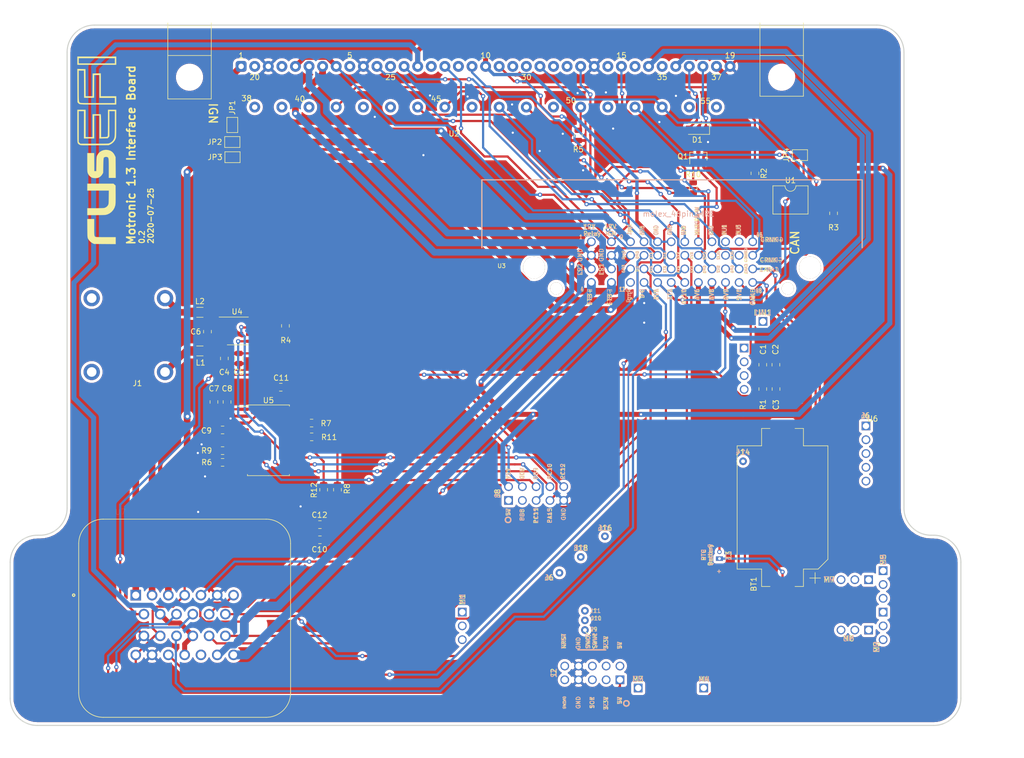
<source format=kicad_pcb>
(kicad_pcb (version 20171130) (host pcbnew 5.1.6-1.fc32)
  (layers (0 F.Cu signal) (31 B.Cu signal) (34 B.Paste user) (35 F.Paste user) (36 B.SilkS user) (37 F.SilkS user) (38 B.Mask user) (39 F.Mask user) (44 Edge.Cuts user))
  (net 0 "")
  (net 1 GND)
  (net 2 +5V)
  (net 3 "Net-(C3-Pad1)")
  (net 4 +3V3)
  (net 5 "Net-(C6-Pad1)")
  (net 6 "Net-(C6-Pad2)")
  (net 7 "Net-(C9-Pad1)")
  (net 8 "Net-(C10-Pad1)")
  (net 9 KNOCK_1)
  (net 10 "Net-(C11-Pad1)")
  (net 11 KNOCK_2)
  (net 12 "Net-(C12-Pad1)")
  (net 13 +BATT)
  (net 14 ECM_RELAY)
  (net 15 "Net-(J1-Pad1)")
  (net 16 "Net-(J1-Pad2)")
  (net 17 ETB+)
  (net 18 ETB-)
  (net 19 IGN3)
  (net 20 IGN2)
  (net 21 IGN1)
  (net 22 SENSOR_GND)
  (net 23 OIL_PRESSURE)
  (net 24 OIL_TEMP)
  (net 25 CAN_H)
  (net 26 CAN_L)
  (net 27 TPS)
  (net 28 FAN_PWM)
  (net 29 CAM)
  (net 30 "Net-(JP1-Pad1)")
  (net 31 IGN_B)
  (net 32 IGN_C)
  (net 33 "Net-(JP4-Pad1)")
  (net 34 "Net-(Q1-Pad1)")
  (net 35 BARO)
  (net 36 "Net-(R2-Pad2)")
  (net 37 AC_ON_INPUT)
  (net 38 AC_IDLE_IN)
  (net 39 CS_EGT)
  (net 40 "Net-(R5-Pad1)")
  (net 41 CS_KNOCK)
  (net 42 "Net-(R7-Pad1)")
  (net 43 "Net-(R7-Pad2)")
  (net 44 "Net-(R9-Pad2)")
  (net 45 IGN_SWITCH)
  (net 46 "Net-(R11-Pad1)")
  (net 47 "Net-(R11-Pad2)")
  (net 48 FUEL_PUMP)
  (net 49 IAC_CLOSE)
  (net 50 IAC_OPEN)
  (net 51 TACH_OUT)
  (net 52 MAP)
  (net 53 O2_IN)
  (net 54 VEHICLE_SPEED)
  (net 55 ECON)
  (net 56 CHECK_ENGINE)
  (net 57 INJ_1)
  (net 58 INJ_2)
  (net 59 +12V)
  (net 60 IAT)
  (net 61 CLT)
  (net 62 VR_P)
  (net 63 VR_N)
  (net 64 SCK)
  (net 65 MISO)
  (net 66 MOSI)
  (net 67 "Net-(U3-PadJ803)")
  (net 68 "Net-(U3-PadM73)")
  (net 69 "Net-(U3-PadM72)")
  (net 70 "Net-(U3-PadM71)")
  (net 71 "Net-(U3-PadM63)")
  (net 72 "Net-(U3-PadM62)")
  (net 73 "Net-(U3-PadM61)")
  (net 74 "Net-(U3-PadM53)")
  (net 75 "Net-(U3-PadM52)")
  (net 76 "Net-(U3-PadM51)")
  (net 77 "Net-(U3-PadM23)")
  (net 78 "Net-(U3-PadM22)")
  (net 79 "Net-(U3-PadM21)")
  (net 80 "Net-(U3-PadM4)")
  (net 81 "Net-(U3-PadM3)")
  (net 82 "Net-(U3-PadM13)")
  (net 83 "Net-(U3-PadM12)")
  (net 84 "Net-(U3-PadM11)")
  (net 85 "Net-(U3-Pad12)")
  (net 86 "Net-(U3-Pad19)")
  (net 87 "Net-(U3-Pad22)")
  (net 88 "Net-(U3-Pad31)")
  (net 89 "Net-(U3-Pad38)")
  (net 90 "Net-(U3-Pad37)")
  (net 91 "Net-(U3-Pad42)")
  (net 92 "Net-(U3-Pad41)")
  (net 93 "Net-(U3-PadJ205)")
  (net 94 "Net-(U3-PadJ209)")
  (net 95 "Net-(U3-PadJ210)")
  (net 96 "Net-(U3-PadJ206)")
  (net 97 "Net-(U5-Pad9)")
  (net 98 "Net-(U5-Pad10)")
  (net 99 "Net-(U5-Pad14)")
  (net 100 USB+)
  (net 101 USB-)
  (net 102 RTC_BATT+)
  (net 103 RTC_BATT-)
  (net 104 "Net-(U2-Pad55)")
  (net 105 "Net-(U2-Pad54)")
  (net 106 "Net-(U2-Pad51)")
  (net 107 "Net-(U2-Pad49)")
  (net 108 "Net-(U2-Pad46)")
  (net 109 "Net-(U2-Pad43)")
  (net 110 "Net-(U2-Pad42)")
  (net 111 "Net-(U2-Pad40)")
  (net 112 "Net-(U2-Pad39)")
  (net 113 "Net-(U2-Pad38)")
  (net 114 "Net-(U2-Pad35)")
  (net 115 "Net-(U2-Pad34)")
  (net 116 "Net-(U2-Pad33)")
  (net 117 "Net-(U2-Pad31)")
  (net 118 "Net-(U2-Pad30)")
  (net 119 "Net-(U2-Pad25)")
  (net 120 "Net-(U2-Pad21)")
  (net 121 "Net-(U2-Pad13)")
  (net 122 "Net-(U2-Pad11)")
  (net 123 "Net-(U2-Pad9)")
  (net 124 "Net-(U2-Pad8)")
  (net 125 "Net-(U2-Pad5)")
  (net 126 "Net-(U2-Pad20)")
  (net 127 "Net-(U7-Pad24)")
  (module rusefi_motronic:rusefi_logo (layer F.Cu) (at 39.0525 50.8 90)
    (fp_text reference G*** hide)
    (fp_text value LOGO hide)
  )
  (module rusefi_hw_motronic:TE_6437288-6 (layer F.Cu) (at 55.3014 138.2404)
    (fp_text reference U7 (at -11.836825 -20.805835) (layer F.SilkS) (effects (font (size 1.001 1.001) (thickness 0.015))))
    (fp_text value TE_6437288-6)
    (pad 1 thru_hole rect (at -9 -5.5) (size 1.95 1.95) (drill 1.3) (layers *.Cu *.Mask) (net 21 IGN1))
    (pad 2 thru_hole circle (at -6 -5.5) (size 1.95 1.95) (drill 1.3) (layers *.Cu *.Mask) (net 20 IGN2))
    (pad 3 thru_hole circle (at -3 -5.5) (size 1.95 1.95) (drill 1.3) (layers *.Cu *.Mask) (net 19 IGN3))
    (pad 4 thru_hole circle (at 0 -5.5) (size 1.95 1.95) (drill 1.3) (layers *.Cu *.Mask) (net 2 +5V))
    (pad 5 thru_hole circle (at 3 -5.5) (size 1.95 1.95) (drill 1.3) (layers *.Cu *.Mask) (net 28 FAN_PWM))
    (pad 6 thru_hole circle (at 6 -5.5) (size 1.95 1.95) (drill 1.3) (layers *.Cu *.Mask) (net 1 GND))
    (pad 7 thru_hole circle (at 9 -5.5) (size 1.95 1.95) (drill 1.3) (layers *.Cu *.Mask) (net 24 OIL_TEMP))
    (pad 8 thru_hole circle (at -7.5 -2) (size 1.95 1.95) (drill 1.3) (layers *.Cu *.Mask) (net 23 OIL_PRESSURE))
    (pad 9 thru_hole circle (at -4.5 -2) (size 1.95 1.95) (drill 1.3) (layers *.Cu *.Mask) (net 22 SENSOR_GND))
    (pad 10 thru_hole circle (at -1.5 -2) (size 1.95 1.95) (drill 1.3) (layers *.Cu *.Mask) (net 26 CAN_L))
    (pad 11 thru_hole circle (at 1.5 -2) (size 1.95 1.95) (drill 1.3) (layers *.Cu *.Mask) (net 25 CAN_H))
    (pad 12 thru_hole circle (at 4.5 -2) (size 1.95 1.95) (drill 1.3) (layers *.Cu *.Mask) (net 9 KNOCK_1))
    (pad 13 thru_hole circle (at 7.5 -2) (size 1.95 1.95) (drill 1.3) (layers *.Cu *.Mask) (net 11 KNOCK_2))
    (pad 14 thru_hole circle (at -7.5 2) (size 1.95 1.95) (drill 1.3) (layers *.Cu *.Mask) (net 1 GND))
    (pad 15 thru_hole circle (at -4.5 2) (size 1.95 1.95) (drill 1.3) (layers *.Cu *.Mask) (net 2 +5V))
    (pad 16 thru_hole circle (at -1.5 2) (size 1.95 1.95) (drill 1.3) (layers *.Cu *.Mask) (net 27 TPS))
    (pad 17 thru_hole circle (at 1.5 2) (size 1.95 1.95) (drill 1.3) (layers *.Cu *.Mask) (net 22 SENSOR_GND))
    (pad 18 thru_hole circle (at 4.5 2) (size 1.95 1.95) (drill 1.3) (layers *.Cu *.Mask) (net 100 USB+))
    (pad 19 thru_hole circle (at 7.5 2) (size 1.95 1.95) (drill 1.3) (layers *.Cu *.Mask) (net 101 USB-))
    (pad 20 thru_hole circle (at -9 5.5) (size 1.95 1.95) (drill 1.3) (layers *.Cu *.Mask) (net 2 +5V))
    (pad 21 thru_hole circle (at -6 5.5) (size 1.95 1.95) (drill 1.3) (layers *.Cu *.Mask) (net 1 GND))
    (pad 22 thru_hole circle (at -3 5.5) (size 1.95 1.95) (drill 1.3) (layers *.Cu *.Mask) (net 29 CAM))
    (pad 23 thru_hole circle (at 0 5.5) (size 1.95 1.95) (drill 1.3) (layers *.Cu *.Mask) (net 22 SENSOR_GND))
    (pad 24 thru_hole circle (at 3 5.5) (size 1.95 1.95) (drill 1.3) (layers *.Cu *.Mask) (net 127 "Net-(U7-Pad24)"))
    (pad 25 thru_hole circle (at 6 5.5) (size 1.95 1.95) (drill 1.3) (layers *.Cu *.Mask) (net 17 ETB+))
    (pad 26 thru_hole circle (at 9 5.5) (size 1.95 1.95) (drill 1.3) (layers *.Cu *.Mask) (net 18 ETB-))
    (pad None np_thru_hole circle (at 13.5 0) (size 2.5 2.5) (drill 2.5) (layers *.Cu *.Mask))
  )
  (module hw_55_te:TE_963063-2 (layer F.Cu) (at 110.6975 27.338)
    (fp_text reference U2 (at -5.8 20.4) (layer F.SilkS))
    (fp_text value BOSCH_55P)
    (fp_text user 1 (at -45 6) (layer F.SilkS))
    (fp_text user 5 (at -25 6) (layer F.SilkS))
    (fp_text user 10 (at 0 6) (layer F.SilkS))
    (fp_text user 15 (at 25 6) (layer F.SilkS))
    (fp_text user 30 (at 7.5 10) (layer F.SilkS))
    (fp_text user 35 (at 32.5 10) (layer F.SilkS))
    (fp_text user 19 (at 45 6) (layer F.SilkS))
    (fp_text user 37 (at 42.5 10) (layer F.SilkS))
    (fp_text user 20 (at -42.5 10) (layer F.SilkS))
    (fp_text user 25 (at -17.5 10) (layer F.SilkS))
    (fp_text user 38 (at -44 13.9) (layer F.SilkS))
    (fp_text user 40 (at -34.2 14) (layer F.SilkS))
    (fp_text user 45 (at -9.1 14) (layer F.SilkS))
    (fp_text user 50 (at 15.7 14.3) (layer F.SilkS))
    (fp_text user 55 (at 40.5 14.4) (layer F.SilkS))
    (pad 55 thru_hole circle (at 42.5 15.5) (size 2 2) (drill 1) (layers *.Cu *.Mask) (net 104 "Net-(U2-Pad55)"))
    (pad 54 thru_hole circle (at 37.5 15.5) (size 2 2) (drill 1) (layers *.Cu *.Mask) (net 105 "Net-(U2-Pad54)"))
    (pad 53 thru_hole circle (at 32.5 15.5) (size 2 2) (drill 1) (layers *.Cu *.Mask) (net 2 +5V))
    (pad 52 thru_hole circle (at 27.5 15.5) (size 2 2) (drill 1) (layers *.Cu *.Mask) (net 33 "Net-(JP4-Pad1)"))
    (pad 51 thru_hole circle (at 22.5 15.5) (size 2 2) (drill 1) (layers *.Cu *.Mask) (net 106 "Net-(U2-Pad51)"))
    (pad 50 thru_hole circle (at 17.5 15.5) (size 2 2) (drill 1) (layers *.Cu *.Mask) (net 40 "Net-(R5-Pad1)"))
    (pad 49 thru_hole circle (at 12.5 15.5) (size 2 2) (drill 1) (layers *.Cu *.Mask) (net 107 "Net-(U2-Pad49)"))
    (pad 48 thru_hole circle (at 7.5 15.5) (size 2 2) (drill 1) (layers *.Cu *.Mask) (net 63 VR_N))
    (pad 47 thru_hole circle (at 2.5 15.5) (size 2 2) (drill 1) (layers *.Cu *.Mask) (net 62 VR_P))
    (pad 46 thru_hole circle (at -2.5 15.5) (size 2 2) (drill 1) (layers *.Cu *.Mask) (net 108 "Net-(U2-Pad46)"))
    (pad 45 thru_hole circle (at -7.5 15.5) (size 2 2) (drill 1) (layers *.Cu *.Mask) (net 61 CLT))
    (pad 44 thru_hole circle (at -12.5 15.5) (size 2 2) (drill 1) (layers *.Cu *.Mask) (net 60 IAT))
    (pad 43 thru_hole circle (at -17.5 15.5) (size 2 2) (drill 1) (layers *.Cu *.Mask) (net 109 "Net-(U2-Pad43)"))
    (pad 42 thru_hole circle (at -22.5 15.5) (size 2 2) (drill 1) (layers *.Cu *.Mask) (net 110 "Net-(U2-Pad42)"))
    (pad 41 thru_hole circle (at -27.5 15.5) (size 2 2) (drill 1) (layers *.Cu *.Mask) (net 37 AC_ON_INPUT))
    (pad 40 thru_hole circle (at -32.5 15.5) (size 2 2) (drill 1) (layers *.Cu *.Mask) (net 111 "Net-(U2-Pad40)"))
    (pad 39 thru_hole circle (at -37.5 15.5) (size 2 2) (drill 1) (layers *.Cu *.Mask) (net 112 "Net-(U2-Pad39)"))
    (pad 38 thru_hole circle (at -42.5 15.5) (size 2 2) (drill 1) (layers *.Cu *.Mask) (net 113 "Net-(U2-Pad38)"))
    (pad 37 thru_hole circle (at 42.5 8) (size 2 2) (drill 1) (layers *.Cu *.Mask) (net 59 +12V))
    (pad 36 thru_hole circle (at 37.5 8) (size 2 2) (drill 1) (layers *.Cu *.Mask) (net 14 ECM_RELAY))
    (pad 35 thru_hole circle (at 32.5 8) (size 2 2) (drill 1) (layers *.Cu *.Mask) (net 114 "Net-(U2-Pad35)"))
    (pad 34 thru_hole circle (at 27.5 8) (size 2 2) (drill 1) (layers *.Cu *.Mask) (net 115 "Net-(U2-Pad34)"))
    (pad 33 thru_hole circle (at 22.5 8) (size 2 2) (drill 1) (layers *.Cu *.Mask) (net 116 "Net-(U2-Pad33)"))
    (pad 32 thru_hole circle (at 17.5 8) (size 2 2) (drill 1) (layers *.Cu *.Mask) (net 55 ECON))
    (pad 31 thru_hole circle (at 12.5 8) (size 2 2) (drill 1) (layers *.Cu *.Mask) (net 117 "Net-(U2-Pad31)"))
    (pad 30 thru_hole circle (at 7.5 8) (size 2 2) (drill 1) (layers *.Cu *.Mask) (net 118 "Net-(U2-Pad30)"))
    (pad 29 thru_hole circle (at 2.5 8) (size 2 2) (drill 1) (layers *.Cu *.Mask) (net 54 VEHICLE_SPEED))
    (pad 28 thru_hole circle (at -2.5 8) (size 2 2) (drill 1) (layers *.Cu *.Mask) (net 53 O2_IN))
    (pad 27 thru_hole circle (at -7.5 8) (size 2 2) (drill 1) (layers *.Cu *.Mask) (net 45 IGN_SWITCH))
    (pad 26 thru_hole circle (at -12.5 8) (size 2 2) (drill 1) (layers *.Cu *.Mask) (net 22 SENSOR_GND))
    (pad 25 thru_hole circle (at -17.5 8) (size 2 2) (drill 1) (layers *.Cu *.Mask) (net 119 "Net-(U2-Pad25)"))
    (pad 24 thru_hole circle (at -22.5 8) (size 2 2) (drill 1) (layers *.Cu *.Mask) (net 1 GND))
    (pad 23 thru_hole circle (at -27.5 8) (size 2 2) (drill 1) (layers *.Cu *.Mask) (net 48 FUEL_PUMP))
    (pad 22 thru_hole circle (at -32.5 8) (size 2 2) (drill 1) (layers *.Cu *.Mask) (net 49 IAC_CLOSE))
    (pad 21 thru_hole circle (at -37.5 8) (size 2 2) (drill 1) (layers *.Cu *.Mask) (net 120 "Net-(U2-Pad21)"))
    (pad 19 thru_hole circle (at 45 8) (size 2 2) (drill 1) (layers *.Cu *.Mask) (net 1 GND))
    (pad 18 thru_hole circle (at 40 8) (size 2 2) (drill 1) (layers *.Cu *.Mask) (net 13 +BATT))
    (pad 17 thru_hole circle (at 35 8) (size 2 2) (drill 1) (layers *.Cu *.Mask) (net 58 INJ_2))
    (pad 16 thru_hole circle (at 30 8) (size 2 2) (drill 1) (layers *.Cu *.Mask) (net 57 INJ_1))
    (pad 15 thru_hole circle (at 25 8) (size 2 2) (drill 1) (layers *.Cu *.Mask) (net 56 CHECK_ENGINE))
    (pad 14 thru_hole circle (at 20 8) (size 2 2) (drill 1) (layers *.Cu *.Mask) (net 1 GND))
    (pad 13 thru_hole circle (at 15 8) (size 2 2) (drill 1) (layers *.Cu *.Mask) (net 121 "Net-(U2-Pad13)"))
    (pad 12 thru_hole circle (at 10 8) (size 2 2) (drill 1) (layers *.Cu *.Mask) (net 2 +5V))
    (pad 11 thru_hole circle (at 5 8) (size 2 2) (drill 1) (layers *.Cu *.Mask) (net 122 "Net-(U2-Pad11)"))
    (pad 10 thru_hole circle (at 0 8) (size 2 2) (drill 1) (layers *.Cu *.Mask) (net 22 SENSOR_GND))
    (pad 9 thru_hole circle (at -5 8) (size 2 2) (drill 1) (layers *.Cu *.Mask) (net 123 "Net-(U2-Pad9)"))
    (pad 8 thru_hole circle (at -10 8) (size 2 2) (drill 1) (layers *.Cu *.Mask) (net 124 "Net-(U2-Pad8)"))
    (pad 7 thru_hole circle (at -15 8) (size 2 2) (drill 1) (layers *.Cu *.Mask) (net 52 MAP))
    (pad 6 thru_hole circle (at -20 8) (size 2 2) (drill 1) (layers *.Cu *.Mask) (net 51 TACH_OUT))
    (pad 5 thru_hole circle (at -25 8) (size 2 2) (drill 1) (layers *.Cu *.Mask) (net 125 "Net-(U2-Pad5)"))
    (pad 4 thru_hole circle (at -30 8) (size 2 2) (drill 1) (layers *.Cu *.Mask) (net 50 IAC_OPEN))
    (pad 3 thru_hole circle (at -35 8) (size 2 2) (drill 1) (layers *.Cu *.Mask) (net 48 FUEL_PUMP))
    (pad 2 thru_hole circle (at -40 8) (size 2 2) (drill 1) (layers *.Cu *.Mask) (net 1 GND))
    (pad 20 thru_hole circle (at -42.5 8) (size 2 2) (drill 1) (layers *.Cu *.Mask) (net 126 "Net-(U2-Pad20)"))
    (pad 1 thru_hole roundrect (at -45 8) (size 2 2) (drill 1) (layers *.Cu *.Mask) (net 30 "Net-(JP1-Pad1)"))
    (pad "" np_thru_hole circle (at -54.5 10) (size 4 4) (drill 4) (layers *.Cu *.Mask))
    (pad "" np_thru_hole circle (at 54.5 10) (size 4 4) (drill 4) (layers *.Cu *.Mask))
  )
  (module rusefi_hw_motronic:PCC-SMP-MIN (layer F.Cu) (at 51.689 84.8305 90)
    (fp_text reference J1 (at -8.89 -5.08) (layer F.SilkS))
    (fp_text value "OMEGA PCC_SMP_K")
    (pad 1 thru_hole circle (at -6.8 0 90) (size 3 3) (drill 1.77) (layers *.Cu *.Mask) (net 15 "Net-(J1-Pad1)"))
    (pad 2 thru_hole circle (at 6.8 0 90) (size 3 3) (drill 1.77) (layers *.Cu *.Mask) (net 16 "Net-(J1-Pad2)"))
    (pad 3 thru_hole circle (at -6.8 -13.5 90) (size 3 3) (drill 1.77) (layers *.Cu *.Mask))
    (pad 4 thru_hole circle (at 6.8 -13.5 90) (size 3 3) (drill 1.77) (layers *.Cu *.Mask))
  )
  (module Jumper:SolderJumper-2_P1.3mm_Open_TrianglePad1.0x1.5mm (layer F.Cu) (at 64.0715 49.276)
    (fp_text reference JP2 (at -3.2385 0) (layer F.SilkS))
    (fp_text value SolderJumper)
    (pad 1 smd custom (at -0.725 0) (size 0.3 0.3) (layers F.Cu F.Mask) (net 20 IGN2) (options (clearance outline) (anchor rect)) (primitives (gr_poly (pts (xy -0.5 -0.75) (xy 0.5 -0.75) (xy 1 0) (xy 0.5 0.75) (xy -0.5 0.75)) (width 0))))
    (pad 2 smd custom (at 0.725 0) (size 0.3 0.3) (layers F.Cu F.Mask) (net 31 IGN_B) (options (clearance outline) (anchor rect)) (primitives (gr_poly (pts (xy -0.65 -0.75) (xy 0.5 -0.75) (xy 0.5 0.75) (xy -0.65 0.75) (xy -0.15 0)) (width 0))))
  )
  (module rusefi_lib:Molex_48_MRE (layer F.Cu) (at 130.1242 67.6402)
    (fp_text reference U3 (at -16.4846 4.445) (layer F.SilkS) (effects (font (size 0.75 0.75) (thickness 0.13))))
    (fp_text value molex_48pin_MRE (at 16.1036 -5.1308) (layer B.SilkS))
    (fp_text user J3 (at 25.3238 57.8104 90) (layer F.SilkS))
    (fp_text user J6 (at 50.4952 32.0294) (layer F.SilkS))
    (fp_text user LIN1 (at 31.5468 13.0556) (layer F.SilkS))
    (fp_text user J8 (at -17.2212 46.3804 90) (layer F.SilkS))
    (fp_text user M3 (at 8.6106 80.5942) (layer F.SilkS))
    (fp_text user M4 (at 20.7772 80.6196) (layer F.SilkS))
    (fp_text user M6 (at 47.3964 73.0758) (layer F.SilkS))
    (fp_text user M7 (at 43.815 62.2554) (layer F.SilkS))
    (fp_text user M5 (at 53.7718 58.5724 90) (layer F.SilkS))
    (fp_text user M2 (at 52.5272 74.6506 90) (layer F.SilkS))
    (fp_text user M1 (at -23.6982 65.8876 90) (layer F.SilkS))
    (fp_text user "12V\nRelay" (at -1.524 -2.1336) (layer B.SilkS) (effects (font (size 0.8 0.8) (thickness 0.13)) (justify right mirror)))
    (fp_text user "12V\nIGN" (at 2.54 -2.1336) (layer B.SilkS) (effects (font (size 0.8 0.8) (thickness 0.13)) (justify right mirror)))
    (fp_text user GND (at -2.032 2.4604 90) (layer B.SilkS) (effects (font (size 0.8 0.8) (thickness 0.13)) (justify mirror)))
    (fp_text user CRNK+ (at 33.274 -0.3556) (layer B.SilkS) (effects (font (size 0.8 0.8) (thickness 0.13)) (justify mirror)))
    (fp_text user "CAN L" (at 32.766 5.1274) (layer B.SilkS) (effects (font (size 0.8 0.8) (thickness 0.13)) (justify mirror)))
    (fp_text user 5V1 (at 27.2415 8.558495 90) (layer B.SilkS) (effects (font (size 0.8 0.8) (thickness 0.13)) (justify left mirror)))
    (fp_text user AV10 (at 17.0815 8.558495 90) (layer B.SilkS) (effects (font (size 0.8 0.8) (thickness 0.13)) (justify left mirror)))
    (fp_text user D+ (at 9.3895 8.558495 90) (layer B.SilkS) (effects (font (size 0.8 0.8) (thickness 0.13)) (justify left mirror)))
    (fp_text user ETB- (at 3.429 8.558495 90) (layer B.SilkS) (effects (font (size 0.8 0.8) (thickness 0.13)) (justify left mirror)))
    (fp_text user INJ1 (at 24.526 -1.1131 90) (layer B.SilkS) (effects (font (size 0.8 0.6) (thickness 0.13)) (justify right mirror)))
    (fp_text user INJ3 (at 27.126 -1.1131 90) (layer B.SilkS) (effects (font (size 0.8 0.6) (thickness 0.13)) (justify right mirror)))
    (fp_text user LS2 (at -2.032 5.1274 90) (layer B.SilkS) (effects (font (size 0.8 0.8) (thickness 0.13)) (justify mirror)))
    (fp_text user Ign4 (at 6.9215 8.558495 90) (layer B.SilkS) (effects (font (size 0.8 0.8) (thickness 0.13)) (justify left mirror)))
    (fp_text user AT3 (at 14.5415 8.558495 90) (layer B.SilkS) (effects (font (size 0.8 0.8) (thickness 0.13)) (justify left mirror)))
    (fp_text user AV9 (at 24.8285 8.558495 90) (layer B.SilkS) (effects (font (size 0.8 0.8) (thickness 0.13)) (justify left mirror)))
    (fp_text user AV8 (at 22.1615 8.558495 90) (layer B.SilkS) (effects (font (size 0.8 0.8) (thickness 0.13)) (justify left mirror)))
    (fp_text user AV6 (at 19.4945 8.558495 90) (layer B.SilkS) (effects (font (size 0.8 0.8) (thickness 0.13)) (justify left mirror)))
    (fp_text user GP3 (at 22.098 -1.1131 90) (layer B.SilkS) (effects (font (size 0.8 0.6) (thickness 0.13)) (justify right mirror)))
    (fp_text user "MAIN RELAY" (at 19.558 -1.1131 90) (layer B.SilkS) (effects (font (size 0.8 0.6) (thickness 0.13)) (justify right mirror)))
    (fp_text user CAM (at 17.033 -1.1131 90) (layer B.SilkS) (effects (font (size 0.8 0.6) (thickness 0.13)) (justify right mirror)))
    (fp_text user GND (at 14.478 -1.1131 90) (layer B.SilkS) (effects (font (size 0.8 0.6) (thickness 0.13)) (justify right mirror)))
    (fp_text user GND (at 11.953 -1.1131 90) (layer B.SilkS) (effects (font (size 0.8 0.6) (thickness 0.13)) (justify right mirror)))
    (fp_text user GP6 (at 9.398 -1.1131 90) (layer B.SilkS) (effects (font (size 0.8 0.6) (thickness 0.13)) (justify right mirror)))
    (fp_text user Ign1 (at 6.985 -1.1131 90) (layer B.SilkS) (effects (font (size 0.8 0.6) (thickness 0.13)) (justify right mirror)))
    (fp_text user 1 (at -1.905 -0.8636) (layer B.SilkS) (effects (font (size 0.8 0.6) (thickness 0.13)) (justify mirror)))
    (fp_text user 4 (at -1.651 8.7884) (layer B.SilkS) (effects (font (size 0.8 0.6) (thickness 0.13)) (justify mirror)))
    (fp_text user 45 (at 30.988 -1.2446) (layer B.SilkS) (effects (font (size 0.8 0.6) (thickness 0.13)) (justify mirror)))
    (fp_text user 48 (at 30.861 9.0424) (layer B.SilkS) (effects (font (size 0.8 0.6) (thickness 0.13)) (justify mirror)))
    (fp_text user 9 (at 5.588 -0.8636) (layer B.SilkS) (effects (font (size 0.8 0.6) (thickness 0.13)) (justify mirror)))
    (fp_text user 12 (at 5.715 8.7884) (layer B.SilkS) (effects (font (size 0.8 0.6) (thickness 0.13)) (justify mirror)))
    (fp_text user Ign2 (at 5.969 2.4384 90) (layer B.SilkS) (effects (font (size 0.508 0.508) (thickness 0.1016)) (justify mirror)))
    (fp_text user GP5 (at 8.509 2.4384 90) (layer B.SilkS) (effects (font (size 0.508 0.508) (thickness 0.1016)) (justify mirror)))
    (fp_text user GND (at 1.8796 2.4384 90) (layer B.SilkS) (effects (font (size 0.8 0.8) (thickness 0.127)) (justify mirror)))
    (fp_text user AT1 (at 11.049 2.5654 90) (layer B.SilkS) (effects (font (size 0.508 0.508) (thickness 0.1016)) (justify mirror)))
    (fp_text user AT4 (at 13.589 2.5654 90) (layer B.SilkS) (effects (font (size 0.508 0.508) (thickness 0.1016)) (justify mirror)))
    (fp_text user AV2 (at 16.002 2.5654 90) (layer B.SilkS) (effects (font (size 0.508 0.508) (thickness 0.1016)) (justify mirror)))
    (fp_text user AV7 (at 18.542 2.5654 90) (layer B.SilkS) (effects (font (size 0.508 0.508) (thickness 0.1016)) (justify mirror)))
    (fp_text user GP2 (at 20.8915 2.5654 90) (layer B.SilkS) (effects (font (size 0.508 0.508) (thickness 0.1016)) (justify mirror)))
    (fp_text user INJ2 (at 23.4315 2.5019 90) (layer B.SilkS) (effects (font (size 0.508 0.508) (thickness 0.1016)) (justify mirror)))
    (fp_text user INJ4 (at 25.9715 2.5019 90) (layer B.SilkS) (effects (font (size 0.508 0.508) (thickness 0.1016)) (justify mirror)))
    (fp_text user GP3 (at 5.969 4.9784 90) (layer B.SilkS) (effects (font (size 0.508 0.508) (thickness 0.1016)) (justify mirror)))
    (fp_text user D- (at 8.509 4.9784 90) (layer B.SilkS) (effects (font (size 0.508 0.508) (thickness 0.1016)) (justify mirror)))
    (fp_text user LS1 (at 1.8796 5.1054 90) (layer B.SilkS) (effects (font (size 0.8 0.8) (thickness 0.127)) (justify mirror)))
    (fp_text user AV4 (at 11.049 5.1054 90) (layer B.SilkS) (effects (font (size 0.508 0.508) (thickness 0.1016)) (justify mirror)))
    (fp_text user AT2 (at 13.589 5.1054 90) (layer B.SilkS) (effects (font (size 0.508 0.508) (thickness 0.1016)) (justify mirror)))
    (fp_text user AV1 (at 16.002 5.1054 90) (layer B.SilkS) (effects (font (size 0.508 0.508) (thickness 0.1016)) (justify mirror)))
    (fp_text user AV3 (at 18.542 5.1054 90) (layer B.SilkS) (effects (font (size 0.508 0.508) (thickness 0.1016)) (justify mirror)))
    (fp_text user GP1 (at 20.8915 5.1054 90) (layer B.SilkS) (effects (font (size 0.508 0.508) (thickness 0.1016)) (justify mirror)))
    (fp_text user 5V2 (at 23.4315 5.0419 90) (layer B.SilkS) (effects (font (size 0.508 0.508) (thickness 0.1016)) (justify mirror)))
    (fp_text user GP4 (at 25.9715 5.0419 90) (layer B.SilkS) (effects (font (size 0.508 0.508) (thickness 0.1016)) (justify mirror)))
    (fp_text user AV5 (at 12.0015 8.558495 90) (layer B.SilkS) (effects (font (size 0.8 0.8) (thickness 0.13)) (justify left mirror)))
    (fp_text user CANL (at 28.5115 4.9911 90) (layer B.SilkS) (effects (font (size 0.508 0.508) (thickness 0.1016)) (justify mirror)))
    (fp_text user CRNK- (at 28.5115 2.4511 90) (layer B.SilkS) (effects (font (size 0.508 0.508) (thickness 0.1016)) (justify mirror)))
    (fp_text user CANH (at 29.7815 8.507695 90) (layer B.SilkS) (effects (font (size 0.8 0.8) (thickness 0.13)) (justify left mirror)))
    (fp_text user CRNK- (at 33.147 3.3909) (layer B.SilkS) (effects (font (size 0.8 0.8) (thickness 0.13)) (justify mirror)))
    (fp_text user ETB+ (at -0.254 10.1854 90) (layer B.SilkS) (effects (font (size 0.8 0.8) (thickness 0.13)) (justify mirror)))
    (fp_text user "RTC\nBattery\n" (at 21.336 57.6834 90) (layer F.SilkS) (effects (font (size 0.762 0.762) (thickness 0.1524))))
    (fp_text user + (at 23.5585 60.6679) (layer F.SilkS) (effects (font (size 0.75 0.75) (thickness 0.13))))
    (fp_text user 12V (at -15.24 42.6974 270) (layer B.SilkS) (effects (font (size 0.75 0.75) (thickness 0.13)) (justify mirror)))
    (fp_text user VDD (at -12.7 42.6974 270) (layer B.SilkS) (effects (font (size 0.75 0.75) (thickness 0.13)) (justify mirror)))
    (fp_text user PB9 (at -10.16 42.6974 270) (layer B.SilkS) (effects (font (size 0.75 0.75) (thickness 0.13)) (justify mirror)))
    (fp_text user PC10 (at -7.62 42.3164 270) (layer B.SilkS) (effects (font (size 0.75 0.75) (thickness 0.13)) (justify mirror)))
    (fp_text user PC12 (at -5.207 42.3164 270) (layer B.SilkS) (effects (font (size 0.75 0.75) (thickness 0.13)) (justify mirror)))
    (fp_text user PA15 (at -7.62 50.4444 270) (layer B.SilkS) (effects (font (size 0.75 0.75) (thickness 0.13)) (justify mirror)))
    (fp_text user PB8 (at -12.7 50.3174 270) (layer B.SilkS) (effects (font (size 0.75 0.75) (thickness 0.13)) (justify mirror)))
    (fp_text user PC11 (at -10.16 50.4444 270) (layer B.SilkS) (effects (font (size 0.75 0.75) (thickness 0.13)) (justify mirror)))
    (fp_text user 5V (at -15.24 49.8094 270) (layer B.SilkS) (effects (font (size 0.75 0.75) (thickness 0.13)) (justify mirror)))
    (fp_text user GND (at -5.08 50.1904 270) (layer B.SilkS) (effects (font (size 0.75 0.75) (thickness 0.13)) (justify mirror)))
    (fp_text user AT3 (at 14.5415 8.558495 90) (layer F.SilkS) (effects (font (size 0.8 0.8) (thickness 0.13)) (justify right)))
    (fp_text user 45 (at 30.988 -1.2446) (layer F.SilkS) (effects (font (size 0.8 0.6) (thickness 0.13))))
    (fp_text user AT1 (at 11.049 2.5654 90) (layer F.SilkS) (effects (font (size 0.508 0.508) (thickness 0.1016))))
    (fp_text user M6 (at 47.3964 73.0758) (layer B.SilkS) (effects (justify mirror)))
    (fp_text user 5V1 (at 27.2415 8.558495 90) (layer F.SilkS) (effects (font (size 0.8 0.8) (thickness 0.13)) (justify right)))
    (fp_text user GP2 (at 20.8915 2.5654 90) (layer F.SilkS) (effects (font (size 0.508 0.508) (thickness 0.1016))))
    (fp_text user J6 (at 50.4952 32.0294) (layer B.SilkS) (effects (justify mirror)))
    (fp_text user AV2 (at 16.002 2.5654 90) (layer F.SilkS) (effects (font (size 0.508 0.508) (thickness 0.1016))))
    (fp_text user D- (at 8.509 4.9784 90) (layer F.SilkS) (effects (font (size 0.508 0.508) (thickness 0.1016))))
    (fp_text user INJ3 (at 27.126 -1.1131 90) (layer F.SilkS) (effects (font (size 0.8 0.6) (thickness 0.13)) (justify left)))
    (fp_text user LS1 (at 1.8796 5.1054 90) (layer F.SilkS) (effects (font (size 0.8 0.8) (thickness 0.127))))
    (fp_text user M5 (at 53.7718 58.5724 90) (layer B.SilkS) (effects (justify mirror)))
    (fp_text user AV10 (at 17.0815 8.558495 90) (layer F.SilkS) (effects (font (size 0.8 0.8) (thickness 0.13)) (justify right)))
    (fp_text user Ign4 (at 6.9215 8.558495 90) (layer F.SilkS) (effects (font (size 0.8 0.8) (thickness 0.13)) (justify right)))
    (fp_text user AV9 (at 24.8285 8.558495 90) (layer F.SilkS) (effects (font (size 0.8 0.8) (thickness 0.13)) (justify right)))
    (fp_text user AV4 (at 11.049 5.1054 90) (layer F.SilkS) (effects (font (size 0.508 0.508) (thickness 0.1016))))
    (fp_text user AV1 (at 16.002 5.1054 90) (layer F.SilkS) (effects (font (size 0.508 0.508) (thickness 0.1016))))
    (fp_text user "MAIN RELAY" (at 19.558 -1.1131 90) (layer F.SilkS) (effects (font (size 0.8 0.6) (thickness 0.13)) (justify left)))
    (fp_text user GP1 (at 20.8915 5.1054 90) (layer F.SilkS) (effects (font (size 0.508 0.508) (thickness 0.1016))))
    (fp_text user AV5 (at 12.0015 8.558495 90) (layer F.SilkS) (effects (font (size 0.8 0.8) (thickness 0.13)) (justify right)))
    (fp_text user CANL (at 28.5115 4.9911 90) (layer F.SilkS) (effects (font (size 0.508 0.508) (thickness 0.1016))))
    (fp_text user CRNK+ (at 33.274 -0.3556) (layer F.SilkS) (effects (font (size 0.8 0.8) (thickness 0.13))))
    (fp_text user 48 (at 30.861 9.0424) (layer F.SilkS) (effects (font (size 0.8 0.6) (thickness 0.13))))
    (fp_text user "12V\nIGN" (at 4.699 -2.159) (layer F.SilkS) (effects (font (size 0.8 0.8) (thickness 0.13)) (justify right)))
    (fp_text user GP4 (at 25.9715 5.0419 90) (layer F.SilkS) (effects (font (size 0.508 0.508) (thickness 0.1016))))
    (fp_text user M2 (at 52.5272 74.6506 90) (layer B.SilkS) (effects (justify mirror)))
    (fp_text user D+ (at 9.3895 8.558495 90) (layer F.SilkS) (effects (font (size 0.8 0.8) (thickness 0.13)) (justify right)))
    (fp_text user GP3 (at 22.098 -1.1131 90) (layer F.SilkS) (effects (font (size 0.8 0.6) (thickness 0.13)) (justify left)))
    (fp_text user CAM (at 17.033 -1.1131 90) (layer F.SilkS) (effects (font (size 0.8 0.6) (thickness 0.13)) (justify left)))
    (fp_text user AV8 (at 22.1615 8.558495 90) (layer F.SilkS) (effects (font (size 0.8 0.8) (thickness 0.13)) (justify right)))
    (fp_text user Ign1 (at 6.985 -1.27 90) (layer F.SilkS) (effects (font (size 0.8 0.6) (thickness 0.13)) (justify left)))
    (fp_text user INJ4 (at 25.9715 2.5019 90) (layer F.SilkS) (effects (font (size 0.508 0.508) (thickness 0.1016))))
    (fp_text user AT2 (at 13.589 5.1054 90) (layer F.SilkS) (effects (font (size 0.508 0.508) (thickness 0.1016))))
    (fp_text user AV3 (at 18.542 5.1054 90) (layer F.SilkS) (effects (font (size 0.508 0.508) (thickness 0.1016))))
    (fp_text user INJ2 (at 23.4315 2.5019 90) (layer F.SilkS) (effects (font (size 0.508 0.508) (thickness 0.1016))))
    (fp_text user ETB- (at 3.429 8.558495 90) (layer F.SilkS) (effects (font (size 0.8 0.8) (thickness 0.13)) (justify right)))
    (fp_text user 1 (at -1.905 -0.8636) (layer F.SilkS) (effects (font (size 0.8 0.6) (thickness 0.13))))
    (fp_text user GND (at -2.032 2.4604 90) (layer F.SilkS) (effects (font (size 0.8 0.8) (thickness 0.13))))
    (fp_text user GP6 (at 9.398 -1.1131 90) (layer F.SilkS) (effects (font (size 0.8 0.6) (thickness 0.13)) (justify left)))
    (fp_text user GND (at 1.8796 2.4384 90) (layer F.SilkS) (effects (font (size 0.8 0.8) (thickness 0.127))))
    (fp_text user GP3 (at 5.969 4.9784 90) (layer F.SilkS) (effects (font (size 0.508 0.508) (thickness 0.1016))))
    (fp_text user 5V2 (at 23.4315 5.0419 90) (layer F.SilkS) (effects (font (size 0.508 0.508) (thickness 0.1016))))
    (fp_text user CRNK- (at 28.5115 2.4511 90) (layer F.SilkS) (effects (font (size 0.508 0.508) (thickness 0.1016))))
    (fp_text user Ign2 (at 5.969 2.4384 90) (layer F.SilkS) (effects (font (size 0.508 0.508) (thickness 0.1016))))
    (fp_text user 4 (at -1.651 8.7884) (layer F.SilkS) (effects (font (size 0.8 0.6) (thickness 0.13))))
    (fp_text user INJ1 (at 24.526 -1.1131 90) (layer F.SilkS) (effects (font (size 0.8 0.6) (thickness 0.13)) (justify left)))
    (fp_text user J8 (at -17.2212 46.3804 90) (layer B.SilkS) (effects (justify mirror)))
    (fp_text user LIN1 (at 31.5468 13.0556) (layer B.SilkS) (effects (justify mirror)))
    (fp_text user GND (at 11.953 -1.1131 90) (layer F.SilkS) (effects (font (size 0.8 0.6) (thickness 0.13)) (justify left)))
    (fp_text user AV6 (at 19.4945 8.558495 90) (layer F.SilkS) (effects (font (size 0.8 0.8) (thickness 0.13)) (justify right)))
    (fp_text user "CAN L" (at 32.766 5.1274) (layer F.SilkS) (effects (font (size 0.8 0.8) (thickness 0.13))))
    (fp_text user M1 (at -23.6982 65.8876 90) (layer B.SilkS) (effects (justify mirror)))
    (fp_text user 9 (at 5.588 -0.8636) (layer F.SilkS) (effects (font (size 0.8 0.6) (thickness 0.13))))
    (fp_text user 12 (at 5.715 8.7884) (layer F.SilkS) (effects (font (size 0.8 0.6) (thickness 0.13))))
    (fp_text user J3 (at 25.3238 57.8104 90) (layer B.SilkS) (effects (justify mirror)))
    (fp_text user GP5 (at 8.509 2.4384 90) (layer F.SilkS) (effects (font (size 0.508 0.508) (thickness 0.1016))))
    (fp_text user LS2 (at -2.032 5.1274 90) (layer F.SilkS) (effects (font (size 0.8 0.8) (thickness 0.13))))
    (fp_text user GND (at 14.478 -1.1131 90) (layer F.SilkS) (effects (font (size 0.8 0.6) (thickness 0.13)) (justify left)))
    (fp_text user AT4 (at 13.589 2.5654 90) (layer F.SilkS) (effects (font (size 0.508 0.508) (thickness 0.1016))))
    (fp_text user M7 (at 43.815 62.2554) (layer B.SilkS) (effects (justify mirror)))
    (fp_text user AV7 (at 18.542 2.5654 90) (layer F.SilkS) (effects (font (size 0.508 0.508) (thickness 0.1016))))
    (fp_text user M4 (at 20.7772 80.6196) (layer B.SilkS) (effects (justify mirror)))
    (fp_text user M3 (at 8.6106 80.5942) (layer B.SilkS) (effects (justify mirror)))
    (fp_text user 5V (at -15.24 49.8094 270) (layer F.SilkS) (effects (font (size 0.75 0.75) (thickness 0.13))))
    (fp_text user GND (at -5.08 50.1904 270) (layer F.SilkS) (effects (font (size 0.75 0.75) (thickness 0.13))))
    (fp_text user CRNK- (at 33.147 3.3909) (layer F.SilkS) (effects (font (size 0.8 0.8) (thickness 0.13))))
    (fp_text user CANH (at 29.7815 8.507695 90) (layer F.SilkS) (effects (font (size 0.8 0.8) (thickness 0.13)) (justify right)))
    (fp_text user + (at 23.5585 60.6679) (layer B.SilkS) (effects (font (size 0.75 0.75) (thickness 0.13)) (justify mirror)))
    (fp_text user ETB+ (at -0.254 10.1854 90) (layer F.SilkS) (effects (font (size 0.8 0.8) (thickness 0.13))))
    (fp_text user "RTC\nBattery\n" (at 21.336 57.6834 90) (layer B.SilkS) (effects (font (size 0.762 0.762) (thickness 0.1524)) (justify mirror)))
    (fp_text user VDD (at -12.7 42.6974 270) (layer F.SilkS) (effects (font (size 0.75 0.75) (thickness 0.13))))
    (fp_text user PB9 (at -10.16 42.6974 270) (layer F.SilkS) (effects (font (size 0.75 0.75) (thickness 0.13))))
    (fp_text user PC10 (at -7.62 42.3164 270) (layer F.SilkS) (effects (font (size 0.75 0.75) (thickness 0.13))))
    (fp_text user PC12 (at -5.207 42.3164 270) (layer F.SilkS) (effects (font (size 0.75 0.75) (thickness 0.13))))
    (fp_text user PA15 (at -7.62 50.4444 270) (layer F.SilkS) (effects (font (size 0.75 0.75) (thickness 0.13))))
    (fp_text user 12V (at -15.24 42.6974 270) (layer F.SilkS) (effects (font (size 0.75 0.75) (thickness 0.13))))
    (fp_text user PB8 (at -12.7 50.3174 270) (layer F.SilkS) (effects (font (size 0.75 0.75) (thickness 0.13))))
    (fp_text user PC11 (at -10.16 50.4444 270) (layer F.SilkS) (effects (font (size 0.75 0.75) (thickness 0.13))))
    (fp_text user "12V\nRelay" (at -1.524 -2.1336) (layer F.SilkS) (effects (font (size 0.8 0.8) (thickness 0.13)) (justify left)))
    (fp_text user J2 (at -6.87578 79.42326 90) (layer F.SilkS))
    (fp_text user 5V (at 5.26542 84.50326 270) (layer B.SilkS) (effects (font (size 0.75 0.75) (thickness 0.13)) (justify mirror)))
    (fp_text user NRST (at -5.02158 73.58126 270) (layer B.SilkS) (effects (font (size 0.75 0.75) (thickness 0.13)) (justify mirror)))
    (fp_text user GND (at -2.35458 73.96226 270) (layer B.SilkS) (effects (font (size 0.75 0.75) (thickness 0.13)) (justify mirror)))
    (fp_text user GND (at -2.35458 84.88426 270) (layer B.SilkS) (effects (font (size 0.75 0.75) (thickness 0.13)) (justify mirror)))
    (fp_text user SCK (at 0.18542 84.88426 270) (layer B.SilkS) (effects (font (size 0.75 0.75) (thickness 0.13)) (justify mirror)))
    (fp_text user 5V (at 5.26542 74.34326 270) (layer B.SilkS) (effects (font (size 0.75 0.75) (thickness 0.13)) (justify mirror)))
    (fp_text user 3.3V (at 2.72542 85.01126 270) (layer B.SilkS) (effects (font (size 0.75 0.75) (thickness 0.13)) (justify mirror)))
    (fp_text user 3.3V (at 2.72542 73.83526 270) (layer B.SilkS) (effects (font (size 0.75 0.75) (thickness 0.13)) (justify mirror)))
    (fp_text user SWDIO (at -4.89458 84.88426 270) (layer B.SilkS) (effects (font (size 0.508 0.508) (thickness 0.1016)) (justify mirror)))
    (fp_text user SWIM (at -0.57658 73.58126 270) (layer B.SilkS) (effects (font (size 0.75 0.75) (thickness 0.13)) (justify mirror)))
    (fp_text user 5V (at 5.26542 84.50326 270) (layer F.SilkS) (effects (font (size 0.75 0.75) (thickness 0.13))))
    (fp_text user J2 (at -6.87578 79.42326 90) (layer B.SilkS) (effects (justify mirror)))
    (fp_text user SWDIO (at -4.89458 84.88426 270) (layer F.SilkS) (effects (font (size 0.508 0.508) (thickness 0.1016))))
    (fp_text user 5V (at 5.26542 74.34326 270) (layer F.SilkS) (effects (font (size 0.75 0.75) (thickness 0.13))))
    (fp_text user 3.3V (at 2.72542 85.01126 270) (layer F.SilkS) (effects (font (size 0.75 0.75) (thickness 0.13))))
    (fp_text user NRST (at -5.02158 73.58126 270) (layer F.SilkS) (effects (font (size 0.75 0.75) (thickness 0.13))))
    (fp_text user SWO/ (at -0.57658 73.406 270) (layer F.SilkS) (effects (font (size 0.75 0.75) (thickness 0.13))))
    (fp_text user SCK (at 0.18542 84.88426 270) (layer F.SilkS) (effects (font (size 0.75 0.75) (thickness 0.13))))
    (fp_text user GND (at -2.35458 73.96226 270) (layer F.SilkS) (effects (font (size 0.75 0.75) (thickness 0.13))))
    (fp_text user 3.3V (at 2.72542 73.83526 270) (layer F.SilkS) (effects (font (size 0.75 0.75) (thickness 0.13))))
    (fp_text user GND (at -2.35458 84.88426 270) (layer F.SilkS) (effects (font (size 0.75 0.75) (thickness 0.13))))
    (fp_text user SWO/ (at 0.69342 73.58126 270) (layer B.SilkS) (effects (font (size 0.75 0.75) (thickness 0.13)) (justify mirror)))
    (fp_text user SWIM (at 0.69342 73.58126 270) (layer F.SilkS) (effects (font (size 0.75 0.75) (thickness 0.13))))
    (fp_text user J18 (at -1.905 56.4134) (layer F.SilkS))
    (fp_text user J18 (at -1.905 56.4134) (layer B.SilkS) (effects (justify mirror)))
    (fp_text user J6 (at -7.747 61.8744) (layer F.SilkS))
    (fp_text user J6 (at -7.747 61.8744) (layer B.SilkS) (effects (justify mirror)))
    (fp_text user J11 (at 0.762 67.9704) (layer B.SilkS) (effects (font (size 0.762 0.762) (thickness 0.1016)) (justify mirror)))
    (fp_text user J11 (at 0.762 67.9704) (layer F.SilkS) (effects (font (size 0.762 0.762) (thickness 0.1016))))
    (fp_text user J10 (at 0.889 69.3674) (layer B.SilkS) (effects (font (size 0.762 0.762) (thickness 0.1016)) (justify mirror)))
    (fp_text user J10 (at 0.889 69.3674) (layer F.SilkS) (effects (font (size 0.762 0.762) (thickness 0.1016))))
    (fp_text user J9 (at 0.508 71.3994) (layer F.SilkS) (effects (font (size 0.762 0.762) (thickness 0.1016))))
    (fp_text user J9 (at 0.508 71.3994) (layer B.SilkS) (effects (font (size 0.762 0.762) (thickness 0.1016)) (justify mirror)))
    (fp_text user J16 (at 2.54 52.7304) (layer B.SilkS) (effects (justify mirror)))
    (fp_text user J16 (at 2.54 52.7304) (layer F.SilkS))
    (fp_text user J14 (at 27.94 38.7604) (layer B.SilkS) (effects (justify mirror)))
    (fp_text user J14 (at 27.94 38.7604) (layer F.SilkS))
    (pad J51 thru_hole rect (at 28.1686 19.580809 270) (size 1.6 1.6) (drill 1.15) (layers *.Cu *.Mask))
    (pad J54 thru_hole circle (at 28.1686 27.200809 270) (size 1.6 1.6) (drill 1.15) (layers *.Cu *.Mask))
    (pad J52 thru_hole circle (at 28.1686 22.120809 270) (size 1.6 1.6) (drill 1.15) (layers *.Cu *.Mask))
    (pad J53 thru_hole circle (at 28.1686 24.660809 270) (size 1.6 1.6) (drill 1.15) (layers *.Cu *.Mask))
    (pad LIN1 thru_hole rect (at 31.623 14.6812 270) (size 1.6 1.6) (drill 1.15) (layers *.Cu *.Mask))
    (pad J32 thru_hole circle (at 23.622 57.1246 270) (size 0.8 1.3) (drill 0.5) (layers *.Cu *.Mask) (net 103 RTC_BATT-))
    (pad J31 thru_hole rect (at 23.622 58.3692 270) (size 0.8 1.3) (drill 0.5) (layers *.Cu *.Mask) (net 102 RTC_BATT+))
    (pad J810 thru_hole circle (at -5.0419 45.1104 270) (size 1.6 1.6) (drill 1.15) (layers *.Cu *.Mask) (net 64 SCK))
    (pad J808 thru_hole circle (at -7.5819 45.1104 270) (size 1.6 1.6) (drill 1.15) (layers *.Cu *.Mask) (net 65 MISO))
    (pad J806 thru_hole circle (at -10.1219 45.1104 270) (size 1.6 1.6) (drill 1.15) (layers *.Cu *.Mask) (net 41 CS_KNOCK))
    (pad J804 thru_hole circle (at -12.6619 45.1104 270) (size 1.6 1.6) (drill 1.15) (layers *.Cu *.Mask) (net 4 +3V3))
    (pad J802 thru_hole circle (at -15.2019 45.1104 270) (size 1.6 1.6) (drill 1.15) (layers *.Cu *.Mask) (net 59 +12V))
    (pad J809 thru_hole circle (at -5.0419 47.6504 270) (size 1.6 1.6) (drill 1.15) (layers *.Cu *.Mask) (net 1 GND))
    (pad J807 thru_hole circle (at -7.5819 47.6504 270) (size 1.6 1.6) (drill 1.15) (layers *.Cu *.Mask) (net 39 CS_EGT))
    (pad J805 thru_hole circle (at -10.1219 47.6504 270) (size 1.6 1.6) (drill 1.15) (layers *.Cu *.Mask) (net 66 MOSI))
    (pad J803 thru_hole circle (at -12.6619 47.6504 270) (size 1.6 1.6) (drill 1.15) (layers *.Cu *.Mask) (net 67 "Net-(U3-PadJ803)"))
    (pad J801 thru_hole rect (at -15.2019 47.6504 270) (size 1.6 1.6) (drill 1.15) (layers *.Cu *.Mask) (net 2 +5V))
    (pad J65 thru_hole circle (at 50.59045 44.0944 270) (size 1.6 1.6) (drill 1.15) (layers *.Cu *.Mask))
    (pad J64 thru_hole circle (at 50.59045 41.5544 270) (size 1.6 1.6) (drill 1.15) (layers *.Cu *.Mask))
    (pad J63 thru_hole circle (at 50.59045 39.0144 270) (size 1.6 1.6) (drill 1.15) (layers *.Cu *.Mask))
    (pad J62 thru_hole circle (at 50.59045 36.4744 270) (size 1.6 1.6) (drill 1.15) (layers *.Cu *.Mask))
    (pad J61 thru_hole rect (at 50.59045 33.9344 270) (size 1.6 1.6) (drill 1.15) (layers *.Cu *.Mask))
    (pad M73 thru_hole circle (at 45.9994 62.2554 270) (size 1.6 1.6) (drill 1.15) (layers *.Cu *.Mask) (net 68 "Net-(U3-PadM73)"))
    (pad M72 thru_hole circle (at 48.5394 62.2554 270) (size 1.6 1.6) (drill 1.15) (layers *.Cu *.Mask) (net 69 "Net-(U3-PadM72)"))
    (pad M71 thru_hole rect (at 51.0794 62.2554 270) (size 1.6 1.6) (drill 1.15) (layers *.Cu *.Mask) (net 70 "Net-(U3-PadM71)"))
    (pad M63 thru_hole circle (at 45.9994 71.5264 270) (size 1.6 1.6) (drill 1.15) (layers *.Cu *.Mask) (net 71 "Net-(U3-PadM63)"))
    (pad M62 thru_hole circle (at 48.5394 71.5264 270) (size 1.6 1.6) (drill 1.15) (layers *.Cu *.Mask) (net 72 "Net-(U3-PadM62)"))
    (pad M61 thru_hole rect (at 51.0794 71.5264 270) (size 1.6 1.6) (drill 1.15) (layers *.Cu *.Mask) (net 73 "Net-(U3-PadM61)"))
    (pad M53 thru_hole circle (at 53.7464 65.6844 270) (size 1.6 1.6) (drill 1.15) (layers *.Cu *.Mask) (net 74 "Net-(U3-PadM53)"))
    (pad M52 thru_hole circle (at 53.7464 63.1444 270) (size 1.6 1.6) (drill 1.15) (layers *.Cu *.Mask) (net 75 "Net-(U3-PadM52)"))
    (pad M51 thru_hole rect (at 53.7464 60.6044 270) (size 1.6 1.6) (drill 1.15) (layers *.Cu *.Mask) (net 76 "Net-(U3-PadM51)"))
    (pad M23 thru_hole circle (at 53.7464 73.3044 270) (size 1.6 1.6) (drill 1.15) (layers *.Cu *.Mask) (net 77 "Net-(U3-PadM23)"))
    (pad M22 thru_hole circle (at 53.7464 70.7644 270) (size 1.6 1.6) (drill 1.15) (layers *.Cu *.Mask) (net 78 "Net-(U3-PadM22)"))
    (pad M21 thru_hole rect (at 53.7464 68.2244 270) (size 1.6 1.6) (drill 1.15) (layers *.Cu *.Mask) (net 79 "Net-(U3-PadM21)"))
    (pad M4 thru_hole rect (at 20.7264 82.1944 270) (size 1.6 1.6) (drill 1.15) (layers *.Cu *.Mask) (net 80 "Net-(U3-PadM4)"))
    (pad M3 thru_hole rect (at 8.6614 82.1944 270) (size 1.6 1.6) (drill 1.15) (layers *.Cu *.Mask) (net 81 "Net-(U3-PadM3)"))
    (pad M13 thru_hole circle (at -23.7236 73.3044 270) (size 1.6 1.6) (drill 1.15) (layers *.Cu *.Mask) (net 82 "Net-(U3-PadM13)"))
    (pad M12 thru_hole circle (at -23.7236 70.7644 270) (size 1.6 1.6) (drill 1.15) (layers *.Cu *.Mask) (net 83 "Net-(U3-PadM12)"))
    (pad M11 thru_hole rect (at -23.7236 68.2244 270) (size 1.6 1.6) (drill 1.15) (layers *.Cu *.Mask) (net 84 "Net-(U3-PadM11)"))
    (pad "" thru_hole circle (at 36.1892 8.6026 270) (size 2.2 2.2) (drill 2.2) (layers *.Cu *.Mask F.SilkS))
    (pad "" thru_hole circle (at -6.4108 8.6026 270) (size 2.2 2.2) (drill 2.2) (layers *.Cu *.Mask F.SilkS))
    (pad "" thru_hole circle (at 40.2892 4.7526 270) (size 4 4) (drill 4) (layers *.Cu *.Mask F.SilkS))
    (pad "" thru_hole circle (at -10.5108 4.7526 270) (size 4 4) (drill 4) (layers *.Cu *.Mask F.SilkS))
    (pad 4 thru_hole circle (at 0.0392 7.5026 270) (size 1.6 1.6) (drill 1.15) (layers *.Cu *.Mask) (net 17 ETB+))
    (pad 3 thru_hole circle (at 0.0392 5.0026 270) (size 1.6 1.6) (drill 1.15) (layers *.Cu *.Mask) (net 50 IAC_OPEN))
    (pad 2 thru_hole circle (at 0.0392 2.5026 270) (size 1.6 1.6) (drill 1.15) (layers *.Cu *.Mask) (net 1 GND))
    (pad 1 thru_hole circle (at 0.0392 0.0026 270) (size 1.6 1.6) (drill 1.15) (layers *.Cu *.Mask) (net 59 +12V))
    (pad 8 thru_hole circle (at 3.7392 7.5026 270) (size 1.6 1.6) (drill 1.15) (layers *.Cu *.Mask) (net 18 ETB-))
    (pad 7 thru_hole circle (at 3.7392 5.0026 270) (size 1.6 1.6) (drill 1.15) (layers *.Cu *.Mask) (net 49 IAC_CLOSE))
    (pad 6 thru_hole circle (at 3.7392 2.5026 270) (size 1.6 1.6) (drill 1.15) (layers *.Cu *.Mask) (net 1 GND))
    (pad 5 thru_hole circle (at 3.7392 0.0026 270) (size 1.6 1.6) (drill 1.15) (layers *.Cu *.Mask) (net 45 IGN_SWITCH))
    (pad 12 thru_hole circle (at 7.2392 7.5026 270) (size 1.6 1.6) (drill 1.15) (layers *.Cu *.Mask) (net 85 "Net-(U3-Pad12)"))
    (pad 11 thru_hole circle (at 7.2392 5.0026 270) (size 1.6 1.6) (drill 1.15) (layers *.Cu *.Mask) (net 32 IGN_C))
    (pad 10 thru_hole circle (at 7.2392 2.5026 270) (size 1.6 1.6) (drill 1.15) (layers *.Cu *.Mask) (net 31 IGN_B))
    (pad 9 thru_hole circle (at 7.2392 0.0026 270) (size 1.6 1.6) (drill 1.15) (layers *.Cu *.Mask) (net 21 IGN1))
    (pad 16 thru_hole circle (at 9.7392 7.5026 270) (size 1.6 1.6) (drill 1.15) (layers *.Cu *.Mask) (net 100 USB+))
    (pad 15 thru_hole circle (at 9.7392 5.0026 270) (size 1.6 1.6) (drill 1.15) (layers *.Cu *.Mask) (net 101 USB-))
    (pad 14 thru_hole circle (at 9.7392 2.5026 270) (size 1.6 1.6) (drill 1.15) (layers *.Cu *.Mask) (net 28 FAN_PWM))
    (pad 13 thru_hole circle (at 9.7392 0.0026 270) (size 1.6 1.6) (drill 1.15) (layers *.Cu *.Mask) (net 55 ECON))
    (pad 20 thru_hole circle (at 12.2392 7.5026 270) (size 1.6 1.6) (drill 1.15) (layers *.Cu *.Mask) (net 27 TPS))
    (pad 19 thru_hole circle (at 12.2392 5.0026 270) (size 1.6 1.6) (drill 1.15) (layers *.Cu *.Mask) (net 86 "Net-(U3-Pad19)"))
    (pad 18 thru_hole circle (at 12.2392 2.5026 270) (size 1.6 1.6) (drill 1.15) (layers *.Cu *.Mask) (net 61 CLT))
    (pad 17 thru_hole circle (at 12.2392 0.0026 270) (size 1.6 1.6) (drill 1.15) (layers *.Cu *.Mask) (net 22 SENSOR_GND))
    (pad 24 thru_hole circle (at 14.7392 7.5026 270) (size 1.6 1.6) (drill 1.15) (layers *.Cu *.Mask) (net 24 OIL_TEMP))
    (pad 23 thru_hole circle (at 14.7392 5.0026 270) (size 1.6 1.6) (drill 1.15) (layers *.Cu *.Mask) (net 60 IAT))
    (pad 22 thru_hole circle (at 14.7392 2.5026 270) (size 1.6 1.6) (drill 1.15) (layers *.Cu *.Mask) (net 87 "Net-(U3-Pad22)"))
    (pad 21 thru_hole circle (at 14.7392 0.0026 270) (size 1.6 1.6) (drill 1.15) (layers *.Cu *.Mask) (net 22 SENSOR_GND))
    (pad 28 thru_hole circle (at 17.2392 7.5026 270) (size 1.6 1.6) (drill 1.15) (layers *.Cu *.Mask) (net 54 VEHICLE_SPEED))
    (pad 27 thru_hole circle (at 17.2392 5.0026 270) (size 1.6 1.6) (drill 1.15) (layers *.Cu *.Mask) (net 52 MAP))
    (pad 26 thru_hole circle (at 17.2392 2.5026 270) (size 1.6 1.6) (drill 1.15) (layers *.Cu *.Mask) (net 35 BARO))
    (pad 25 thru_hole circle (at 17.2392 0.0026 270) (size 1.6 1.6) (drill 1.15) (layers *.Cu *.Mask) (net 29 CAM))
    (pad 32 thru_hole circle (at 19.7392 7.5026 270) (size 1.6 1.6) (drill 1.15) (layers *.Cu *.Mask) (net 57 INJ_1))
    (pad 31 thru_hole circle (at 19.7392 5.0026 270) (size 1.6 1.6) (drill 1.15) (layers *.Cu *.Mask) (net 88 "Net-(U3-Pad31)"))
    (pad 30 thru_hole circle (at 19.7392 2.5026 270) (size 1.6 1.6) (drill 1.15) (layers *.Cu *.Mask) (net 53 O2_IN))
    (pad 29 thru_hole circle (at 19.7392 0.0026 270) (size 1.6 1.6) (drill 1.15) (layers *.Cu *.Mask) (net 14 ECM_RELAY))
    (pad 36 thru_hole circle (at 22.2392 7.5026 270) (size 1.6 1.6) (drill 1.15) (layers *.Cu *.Mask) (net 58 INJ_2))
    (pad 35 thru_hole circle (at 22.2392 5.0026 270) (size 1.6 1.6) (drill 1.15) (layers *.Cu *.Mask) (net 48 FUEL_PUMP))
    (pad 34 thru_hole circle (at 22.2392 2.5026 270) (size 1.6 1.6) (drill 1.15) (layers *.Cu *.Mask) (net 38 AC_IDLE_IN))
    (pad 33 thru_hole circle (at 22.2392 0.0026 270) (size 1.6 1.6) (drill 1.15) (layers *.Cu *.Mask) (net 56 CHECK_ENGINE))
    (pad 40 thru_hole circle (at 24.7392 7.5026 270) (size 1.6 1.6) (drill 1.15) (layers *.Cu *.Mask) (net 23 OIL_PRESSURE))
    (pad 39 thru_hole circle (at 24.7392 5.0026 270) (size 1.6 1.6) (drill 1.15) (layers *.Cu *.Mask) (net 2 +5V))
    (pad 38 thru_hole circle (at 24.7392 2.5026 270) (size 1.6 1.6) (drill 1.15) (layers *.Cu *.Mask) (net 89 "Net-(U3-Pad38)"))
    (pad 37 thru_hole circle (at 24.7392 0.0026 270) (size 1.6 1.6) (drill 1.15) (layers *.Cu *.Mask) (net 90 "Net-(U3-Pad37)"))
    (pad 44 thru_hole circle (at 27.2392 7.5026 270) (size 1.6 1.6) (drill 1.15) (layers *.Cu *.Mask) (net 2 +5V))
    (pad 43 thru_hole circle (at 27.2392 5.0026 270) (size 1.6 1.6) (drill 1.15) (layers *.Cu *.Mask) (net 51 TACH_OUT))
    (pad 42 thru_hole circle (at 27.2392 2.5026 270) (size 1.6 1.6) (drill 1.15) (layers *.Cu *.Mask) (net 91 "Net-(U3-Pad42)"))
    (pad 41 thru_hole circle (at 27.2392 0.0026 270) (size 1.6 1.6) (drill 1.15) (layers *.Cu *.Mask) (net 92 "Net-(U3-Pad41)"))
    (pad 48 thru_hole circle (at 29.7392 7.5026 270) (size 1.6 1.6) (drill 1.15) (layers *.Cu *.Mask) (net 25 CAN_H))
    (pad 47 thru_hole circle (at 29.7392 5.0026 270) (size 1.6 1.6) (drill 1.15) (layers *.Cu *.Mask) (net 26 CAN_L))
    (pad 46 thru_hole circle (at 29.7392 2.5026 270) (size 1.6 1.6) (drill 1.15) (layers *.Cu *.Mask) (net 63 VR_N))
    (pad 45 thru_hole circle (at 29.7392 0.0026 270) (size 1.6 1.6) (drill 1.15) (layers *.Cu *.Mask) (net 62 VR_P))
    (pad J201 thru_hole rect (at 5.30352 80.69326 270) (size 1.6 1.6) (drill 1.15) (layers *.Cu *.Mask) (net 2 +5V))
    (pad J202 thru_hole circle (at 5.30352 78.15326 270) (size 1.6 1.6) (drill 1.15) (layers *.Cu *.Mask) (net 2 +5V))
    (pad J208 thru_hole circle (at -2.31648 78.15326 270) (size 1.6 1.6) (drill 1.15) (layers *.Cu *.Mask) (net 1 GND))
    (pad J203 thru_hole circle (at 2.76352 80.69326 270) (size 1.6 1.6) (drill 1.15) (layers *.Cu *.Mask) (net 4 +3V3))
    (pad J207 thru_hole circle (at -2.31648 80.69326 270) (size 1.6 1.6) (drill 1.15) (layers *.Cu *.Mask) (net 1 GND))
    (pad J205 thru_hole circle (at 0.22352 80.69326 270) (size 1.6 1.6) (drill 1.15) (layers *.Cu *.Mask) (net 93 "Net-(U3-PadJ205)"))
    (pad J209 thru_hole circle (at -4.85648 80.69326 270) (size 1.6 1.6) (drill 1.15) (layers *.Cu *.Mask) (net 94 "Net-(U3-PadJ209)"))
    (pad J210 thru_hole circle (at -4.85648 78.15326 270) (size 1.6 1.6) (drill 1.15) (layers *.Cu *.Mask) (net 95 "Net-(U3-PadJ210)"))
    (pad J206 thru_hole circle (at 0.22352 78.15326 270) (size 1.6 1.6) (drill 1.15) (layers *.Cu *.Mask) (net 96 "Net-(U3-PadJ206)"))
    (pad J204 thru_hole circle (at 2.76352 78.15326 270) (size 1.6 1.6) (drill 1.15) (layers *.Cu *.Mask) (net 4 +3V3))
    (pad J18 thru_hole circle (at -1.905 58.0644 270) (size 1.4 1.4) (drill 0.7) (layers *.Cu *.Mask))
    (pad J6 thru_hole circle (at -5.842 60.9854 270) (size 1.4 1.4) (drill 0.7) (layers *.Cu *.Mask))
    (pad J11 thru_hole circle (at -1.143 67.9704 270) (size 1.4 1.4) (drill 0.7) (layers *.Cu *.Mask))
    (pad J10 thru_hole circle (at -1.143 69.7484 270) (size 1.4 1.4) (drill 0.7) (layers *.Cu *.Mask))
    (pad J9 thru_hole circle (at -1.143 71.5264 270) (size 1.4 1.4) (drill 0.7) (layers *.Cu *.Mask))
    (pad J16 thru_hole circle (at 2.54 54.2544 270) (size 1.4 1.4) (drill 0.7) (layers *.Cu *.Mask))
    (pad J14 thru_hole circle (at 27.9654 40.43426 270) (size 1.4 1.4) (drill 0.7) (layers *.Cu *.Mask))
  )
  (module Battery:BatteryHolder_Keystone_1060_1x2032 (layer F.Cu) (at 165.354 116.586 90)
    (fp_text reference BT1 (at -14.125 -5.3 90) (layer F.SilkS))
    (fp_text value Battery_Cell)
    (pad 1 smd rect (at -14.65 0 270) (size 2.6 3.6) (layers F.Cu F.Paste F.Mask) (net 102 RTC_BATT+))
    (pad 2 smd rect (at 14.65 0 270) (size 2.6 3.6) (layers F.Cu F.Paste F.Mask) (net 103 RTC_BATT-))
  )
  (module Package_DIP:SMDIP-4_W9.53mm (layer F.Cu) (at 166.817 59.944)
    (fp_text reference U1 (at 0 -3.6) (layer F.SilkS))
    (fp_text value SFH617A-2X009T)
    (pad 4 smd rect (at 4.765 -1.27) (size 2 1.78) (layers F.Cu F.Paste F.Mask) (net 2 +5V))
    (pad 2 smd rect (at -4.765 1.27) (size 2 1.78) (layers F.Cu F.Paste F.Mask) (net 1 GND))
    (pad 3 smd rect (at 4.765 1.27) (size 2 1.78) (layers F.Cu F.Paste F.Mask) (net 38 AC_IDLE_IN))
    (pad 1 smd rect (at -4.765 -1.27) (size 2 1.78) (layers F.Cu F.Paste F.Mask) (net 36 "Net-(R2-Pad2)"))
  )
  (module rusefi_hw_motronic:MPXA4250A6U (layer F.Cu) (at 184.15 88.6968 180)
    (fp_text reference U6 (at 2.2225 -11.557) (layer F.SilkS))
    (fp_text value MPXA4250A6U)
    (pad 1 smd rect (at 16.764 0 180) (size 2.54 1.524) (layers F.Cu F.Paste F.Mask))
    (pad 2 smd rect (at 16.764 -2.54 180) (size 2.54 1.524) (layers F.Cu F.Paste F.Mask) (net 2 +5V))
    (pad 3 smd rect (at 16.764 -5.08 180) (size 2.54 1.524) (layers F.Cu F.Paste F.Mask) (net 1 GND))
    (pad 4 smd rect (at 16.764 -7.62 180) (size 2.54 1.524) (layers F.Cu F.Paste F.Mask) (net 3 "Net-(C3-Pad1)"))
    (pad 5 smd rect (at 0 -7.62 180) (size 2.54 1.524) (layers F.Cu F.Paste F.Mask))
    (pad 6 smd rect (at 0 -5.08 180) (size 2.54 1.524) (layers F.Cu F.Paste F.Mask))
    (pad 7 smd rect (at 0 -2.54 180) (size 2.54 1.524) (layers F.Cu F.Paste F.Mask))
    (pad 8 smd rect (at 0 0 180) (size 2.54 1.524) (layers F.Cu F.Paste F.Mask))
  )
  (module Capacitor_SMD:C_0805_2012Metric (layer F.Cu) (at 161.7218 90.2993 90)
    (fp_text reference C1 (at 2.809 0.0635 90) (layer F.SilkS))
    (fp_text value 1uF)
    (pad 1 smd roundrect (at -0.9375 0 90) (size 0.975 1.4) (layers F.Cu F.Paste F.Mask) (net 2 +5V))
    (pad 2 smd roundrect (at 0.9375 0 90) (size 0.975 1.4) (layers F.Cu F.Paste F.Mask) (net 1 GND))
  )
  (module Capacitor_SMD:C_0805_2012Metric (layer F.Cu) (at 164.1348 90.2993 90)
    (fp_text reference C2 (at 2.809 -0.0635 90) (layer F.SilkS))
    (fp_text value 0.01uF)
    (pad 1 smd roundrect (at -0.9375 0 90) (size 0.975 1.4) (layers F.Cu F.Paste F.Mask) (net 2 +5V))
    (pad 2 smd roundrect (at 0.9375 0 90) (size 0.975 1.4) (layers F.Cu F.Paste F.Mask) (net 1 GND))
  )
  (module Capacitor_SMD:C_0805_2012Metric (layer F.Cu) (at 164.1602 94.7697 90)
    (fp_text reference C3 (at -2.921 0 90) (layer F.SilkS))
    (fp_text value 470pF)
    (pad 2 smd roundrect (at 0.9375 0 90) (size 0.975 1.4) (layers F.Cu F.Paste F.Mask) (net 1 GND))
    (pad 1 smd roundrect (at -0.9375 0 90) (size 0.975 1.4) (layers F.Cu F.Paste F.Mask) (net 3 "Net-(C3-Pad1)"))
  )
  (module Capacitor_SMD:C_0805_2012Metric (layer F.Cu) (at 62.611 89.142 270)
    (fp_text reference C4 (at 2.525 0 180) (layer F.SilkS))
    (fp_text value 0.1uF)
    (pad 1 smd roundrect (at -0.9375 0 270) (size 0.975 1.4) (layers F.Cu F.Paste F.Mask) (net 4 +3V3))
    (pad 2 smd roundrect (at 0.9375 0 270) (size 0.975 1.4) (layers F.Cu F.Paste F.Mask) (net 1 GND))
  )
  (module Capacitor_SMD:C_0805_2012Metric (layer F.Cu) (at 65.278 89.142 270)
    (fp_text reference C5 (at 2.4915 0 180) (layer F.SilkS))
    (fp_text value 10uF)
    (pad 2 smd roundrect (at 0.9375 0 270) (size 0.975 1.4) (layers F.Cu F.Paste F.Mask) (net 1 GND))
    (pad 1 smd roundrect (at -0.9375 0 270) (size 0.975 1.4) (layers F.Cu F.Paste F.Mask) (net 4 +3V3))
  )
  (module Capacitor_SMD:C_0805_2012Metric (layer F.Cu) (at 59.4995 84.201 90)
    (fp_text reference C6 (at 0 -2.159 180) (layer F.SilkS))
    (fp_text value 10nF)
    (pad 1 smd roundrect (at -0.9375 0 90) (size 0.975 1.4) (layers F.Cu F.Paste F.Mask) (net 5 "Net-(C6-Pad1)"))
    (pad 2 smd roundrect (at 0.9375 0 90) (size 0.975 1.4) (layers F.Cu F.Paste F.Mask) (net 6 "Net-(C6-Pad2)"))
  )
  (module Capacitor_SMD:C_0805_2012Metric (layer F.Cu) (at 60.6933 97.1527 90)
    (fp_text reference C7 (at 2.4615 0 180) (layer F.SilkS))
    (fp_text value 4.7uF)
    (pad 2 smd roundrect (at 0.9375 0 90) (size 0.975 1.4) (layers F.Cu F.Paste F.Mask) (net 1 GND))
    (pad 1 smd roundrect (at -0.9375 0 90) (size 0.975 1.4) (layers F.Cu F.Paste F.Mask) (net 2 +5V))
  )
  (module Capacitor_SMD:C_0805_2012Metric (layer F.Cu) (at 63.1063 97.1527 90)
    (fp_text reference C8 (at 2.4615 0 180) (layer F.SilkS))
    (fp_text value 100nF)
    (pad 2 smd roundrect (at 0.9375 0 90) (size 0.975 1.4) (layers F.Cu F.Paste F.Mask) (net 1 GND))
    (pad 1 smd roundrect (at -0.9375 0 90) (size 0.975 1.4) (layers F.Cu F.Paste F.Mask) (net 2 +5V))
  )
  (module Capacitor_SMD:C_0805_2012Metric (layer F.Cu) (at 62.2808 102.3112 180)
    (fp_text reference C9 (at 2.9695 -0.127) (layer F.SilkS))
    (fp_text value 100nF)
    (pad 1 smd roundrect (at -0.9375 0 180) (size 0.975 1.4) (layers F.Cu F.Paste F.Mask) (net 7 "Net-(C9-Pad1)"))
    (pad 2 smd roundrect (at 0.9375 0 180) (size 0.975 1.4) (layers F.Cu F.Paste F.Mask) (net 1 GND))
  )
  (module Capacitor_SMD:C_0805_2012Metric (layer F.Cu) (at 80.2028 122.5423 180)
    (fp_text reference C10 (at 0.0785 -1.778 180) (layer F.SilkS))
    (fp_text value 3.3nF)
    (pad 1 smd roundrect (at -0.9375 0 180) (size 0.975 1.4) (layers F.Cu F.Paste F.Mask) (net 8 "Net-(C10-Pad1)"))
    (pad 2 smd roundrect (at 0.9375 0 180) (size 0.975 1.4) (layers F.Cu F.Paste F.Mask) (net 9 KNOCK_1))
  )
  (module Capacitor_SMD:C_0805_2012Metric (layer F.Cu) (at 72.9973 94.4372)
    (fp_text reference C11 (at 0.0785 -1.7145) (layer F.SilkS))
    (fp_text value 100nF)
    (pad 2 smd roundrect (at 0.9375 0) (size 0.975 1.4) (layers F.Cu F.Paste F.Mask) (net 1 GND))
    (pad 1 smd roundrect (at -0.9375 0) (size 0.975 1.4) (layers F.Cu F.Paste F.Mask) (net 10 "Net-(C11-Pad1)"))
  )
  (module Capacitor_SMD:C_0805_2012Metric (layer F.Cu) (at 80.2028 119.7483 180)
    (fp_text reference C12 (at 0.0785 1.778 180) (layer F.SilkS))
    (fp_text value 3.3nF)
    (pad 1 smd roundrect (at -0.9375 0 180) (size 0.975 1.4) (layers F.Cu F.Paste F.Mask) (net 12 "Net-(C12-Pad1)"))
    (pad 2 smd roundrect (at 0.9375 0 180) (size 0.975 1.4) (layers F.Cu F.Paste F.Mask) (net 11 KNOCK_2))
  )
  (module Diode_SMD:D_SOD-123 (layer F.Cu) (at 149.6705 46.863 180)
    (fp_text reference D1 (at 0 -2) (layer F.SilkS))
    (fp_text value D)
    (pad 1 smd rect (at -1.65 0 180) (size 0.9 1.2) (layers F.Cu F.Paste F.Mask) (net 13 +BATT))
    (pad 2 smd rect (at 1.65 0 180) (size 0.9 1.2) (layers F.Cu F.Paste F.Mask) (net 14 ECM_RELAY))
  )
  (module Jumper:SolderJumper-2_P1.3mm_Open_TrianglePad1.0x1.5mm (layer F.Cu) (at 64.0715 46.138 270)
    (fp_text reference JP1 (at -3.212 0 90) (layer F.SilkS))
    (fp_text value SolderJumper)
    (pad 2 smd custom (at 0.725 0 270) (size 0.3 0.3) (layers F.Cu F.Mask) (net 21 IGN1) (options (clearance outline) (anchor rect)) (primitives (gr_poly (pts (xy -0.65 -0.75) (xy 0.5 -0.75) (xy 0.5 0.75) (xy -0.65 0.75) (xy -0.15 0)) (width 0))))
    (pad 1 smd custom (at -0.725 0 270) (size 0.3 0.3) (layers F.Cu F.Mask) (net 30 "Net-(JP1-Pad1)") (options (clearance outline) (anchor rect)) (primitives (gr_poly (pts (xy -0.5 -0.75) (xy 0.5 -0.75) (xy 1 0) (xy 0.5 0.75) (xy -0.5 0.75)) (width 0))))
  )
  (module Jumper:SolderJumper-2_P1.3mm_Open_TrianglePad1.0x1.5mm (layer F.Cu) (at 64.1085 52.07)
    (fp_text reference JP3 (at -3.212 0) (layer F.SilkS))
    (fp_text value SolderJumper)
    (pad 2 smd custom (at 0.725 0) (size 0.3 0.3) (layers F.Cu F.Mask) (net 32 IGN_C) (options (clearance outline) (anchor rect)) (primitives (gr_poly (pts (xy -0.65 -0.75) (xy 0.5 -0.75) (xy 0.5 0.75) (xy -0.65 0.75) (xy -0.15 0)) (width 0))))
    (pad 1 smd custom (at -0.725 0) (size 0.3 0.3) (layers F.Cu F.Mask) (net 19 IGN3) (options (clearance outline) (anchor rect)) (primitives (gr_poly (pts (xy -0.5 -0.75) (xy 0.5 -0.75) (xy 1 0) (xy 0.5 0.75) (xy -0.5 0.75)) (width 0))))
  )
  (module Jumper:SolderJumper-2_P1.3mm_Open_TrianglePad1.0x1.5mm (layer F.Cu) (at 168.5555 51.689)
    (fp_text reference JP4 (at -2.503 0 90) (layer F.SilkS))
    (fp_text value SolderJumper)
    (pad 2 smd custom (at 0.725 0) (size 0.3 0.3) (layers F.Cu F.Mask) (net 27 TPS) (options (clearance outline) (anchor rect)) (primitives (gr_poly (pts (xy -0.65 -0.75) (xy 0.5 -0.75) (xy 0.5 0.75) (xy -0.65 0.75) (xy -0.15 0)) (width 0))))
    (pad 1 smd custom (at -0.725 0) (size 0.3 0.3) (layers F.Cu F.Mask) (net 33 "Net-(JP4-Pad1)") (options (clearance outline) (anchor rect)) (primitives (gr_poly (pts (xy -0.5 -0.75) (xy 0.5 -0.75) (xy 1 0) (xy 0.5 0.75) (xy -0.5 0.75)) (width 0))))
  )
  (module Inductor_SMD:L_1206_3216Metric (layer F.Cu) (at 58.1025 87.757 180)
    (fp_text reference L1 (at -0.13 -2.159) (layer F.SilkS))
    (fp_text value "470 Ohm")
    (pad 2 smd roundrect (at 1.4 0 180) (size 1.25 1.75) (layers F.Cu F.Paste F.Mask) (roundrect_rratio 0.2) (net 15 "Net-(J1-Pad1)"))
    (pad 1 smd roundrect (at -1.4 0 180) (size 1.25 1.75) (layers F.Cu F.Paste F.Mask) (roundrect_rratio 0.2) (net 5 "Net-(C6-Pad1)"))
  )
  (module Inductor_SMD:L_1206_3216Metric (layer F.Cu) (at 58.1025 80.645 180)
    (fp_text reference L2 (at -0.003 2.032) (layer F.SilkS))
    (fp_text value "470 Ohm")
    (pad 1 smd roundrect (at -1.4 0 180) (size 1.25 1.75) (layers F.Cu F.Paste F.Mask) (roundrect_rratio 0.2) (net 6 "Net-(C6-Pad2)"))
    (pad 2 smd roundrect (at 1.4 0 180) (size 1.25 1.75) (layers F.Cu F.Paste F.Mask) (roundrect_rratio 0.2) (net 16 "Net-(J1-Pad2)"))
  )
  (module Package_TO_SOT_SMD:SOT-23 (layer F.Cu) (at 149.86 51.927 90)
    (fp_text reference Q1 (at -0.016 -2.8575 180) (layer F.SilkS))
    (fp_text value ZXTN2040)
    (pad 1 smd rect (at -1 -0.95 90) (size 0.9 0.8) (layers F.Cu F.Paste F.Mask) (net 34 "Net-(Q1-Pad1)"))
    (pad 2 smd rect (at -1 0.95 90) (size 0.9 0.8) (layers F.Cu F.Paste F.Mask) (net 1 GND))
    (pad 3 smd rect (at 1 0 90) (size 0.9 0.8) (layers F.Cu F.Paste F.Mask) (net 14 ECM_RELAY))
  )
  (module Resistor_SMD:R_0805_2012Metric (layer F.Cu) (at 161.7218 94.7697 270)
    (fp_text reference R1 (at 2.8679 -0.0254 90) (layer F.SilkS))
    (fp_text value 750)
    (pad 1 smd roundrect (at -0.9375 0 270) (size 0.975 1.4) (layers F.Cu F.Paste F.Mask) (net 35 BARO))
    (pad 2 smd roundrect (at 0.9375 0 270) (size 0.975 1.4) (layers F.Cu F.Paste F.Mask) (net 3 "Net-(C3-Pad1)"))
  )
  (module Resistor_SMD:R_0805_2012Metric (layer F.Cu) (at 160.274 55.0395 270)
    (fp_text reference R2 (at 0 -1.65 90) (layer F.SilkS))
    (fp_text value 1K)
    (pad 2 smd roundrect (at 0.9375 0 270) (size 0.975 1.4) (layers F.Cu F.Paste F.Mask) (net 36 "Net-(R2-Pad2)"))
    (pad 1 smd roundrect (at -0.9375 0 270) (size 0.975 1.4) (layers F.Cu F.Paste F.Mask) (net 37 AC_ON_INPUT))
  )
  (module Resistor_SMD:R_0805_2012Metric (layer F.Cu) (at 174.752 62.4055 270)
    (fp_text reference R3 (at 2.6185 0 180) (layer F.SilkS))
    (fp_text value 1K)
    (pad 1 smd roundrect (at -0.9375 0 270) (size 0.975 1.4) (layers F.Cu F.Paste F.Mask) (net 38 AC_IDLE_IN))
    (pad 2 smd roundrect (at 0.9375 0 270) (size 0.975 1.4) (layers F.Cu F.Paste F.Mask) (net 1 GND))
  )
  (module Resistor_SMD:R_0805_2012Metric (layer F.Cu) (at 73.8505 83.1365 270)
    (fp_text reference R4 (at 2.667 -0.0635 180) (layer F.SilkS))
    (fp_text value 10K)
    (pad 1 smd roundrect (at -0.9375 0 270) (size 0.975 1.4) (layers F.Cu F.Paste F.Mask) (net 39 CS_EGT))
    (pad 2 smd roundrect (at 0.9375 0 270) (size 0.975 1.4) (layers F.Cu F.Paste F.Mask) (net 4 +3V3))
  )
  (module Resistor_SMD:R_0805_2012Metric (layer F.Cu) (at 127.762 48.0545 270)
    (fp_text reference R5 (at 2.5885 0 180) (layer F.SilkS))
    (fp_text value 1K)
    (pad 1 smd roundrect (at -0.9375 0 270) (size 0.975 1.4) (layers F.Cu F.Paste F.Mask) (net 40 "Net-(R5-Pad1)"))
    (pad 2 smd roundrect (at 0.9375 0 270) (size 0.975 1.4) (layers F.Cu F.Paste F.Mask) (net 1 GND))
  )
  (module Resistor_SMD:R_0805_2012Metric (layer F.Cu) (at 62.2808 108.2802 180)
    (fp_text reference R6 (at 2.921 0) (layer F.SilkS))
    (fp_text value 10K)
    (pad 1 smd roundrect (at -0.9375 0 180) (size 0.975 1.4) (layers F.Cu F.Paste F.Mask) (net 41 CS_KNOCK))
    (pad 2 smd roundrect (at 0.9375 0 180) (size 0.975 1.4) (layers F.Cu F.Paste F.Mask) (net 2 +5V))
  )
  (module Resistor_SMD:R_0805_2012Metric (layer F.Cu) (at 78.6638 101.0412)
    (fp_text reference R7 (at 2.667 0.0635) (layer F.SilkS))
    (fp_text value 39K)
    (pad 1 smd roundrect (at -0.9375 0) (size 0.975 1.4) (layers F.Cu F.Paste F.Mask) (net 42 "Net-(R7-Pad1)"))
    (pad 2 smd roundrect (at 0.9375 0) (size 0.975 1.4) (layers F.Cu F.Paste F.Mask) (net 43 "Net-(R7-Pad2)"))
  )
  (module Resistor_SMD:R_0805_2012Metric (layer F.Cu) (at 83.4263 113.3198 270)
    (fp_text reference R8 (at -0.1755 -1.778 90) (layer F.SilkS))
    (fp_text value 39K)
    (pad 2 smd roundrect (at 0.9375 0 270) (size 0.975 1.4) (layers F.Cu F.Paste F.Mask) (net 8 "Net-(C10-Pad1)"))
    (pad 1 smd roundrect (at -0.9375 0 270) (size 0.975 1.4) (layers F.Cu F.Paste F.Mask) (net 43 "Net-(R7-Pad2)"))
  )
  (module Resistor_SMD:R_0805_2012Metric (layer F.Cu) (at 62.2808 106.1212)
    (fp_text reference R9 (at -2.936 0) (layer F.SilkS))
    (fp_text value 5K)
    (pad 2 smd roundrect (at 0.9375 0) (size 0.975 1.4) (layers F.Cu F.Paste F.Mask) (net 44 "Net-(R9-Pad2)"))
    (pad 1 smd roundrect (at -0.9375 0) (size 0.975 1.4) (layers F.Cu F.Paste F.Mask) (net 2 +5V))
  )
  (module Resistor_SMD:R_0805_2012Metric (layer F.Cu) (at 148.9075 57.7065 90)
    (fp_text reference R10 (at 2.4615 0 180) (layer F.SilkS))
    (fp_text value 7.5K)
    (pad 2 smd roundrect (at 0.9375 0 90) (size 0.975 1.4) (layers F.Cu F.Paste F.Mask) (net 34 "Net-(Q1-Pad1)"))
    (pad 1 smd roundrect (at -0.9375 0 90) (size 0.975 1.4) (layers F.Cu F.Paste F.Mask) (net 45 IGN_SWITCH))
  )
  (module Resistor_SMD:R_0805_2012Metric (layer F.Cu) (at 78.6788 103.5812 180)
    (fp_text reference R11 (at -3.2235 -0.0635) (layer F.SilkS))
    (fp_text value 39K)
    (pad 2 smd roundrect (at 0.9375 0 180) (size 0.975 1.4) (layers F.Cu F.Paste F.Mask) (net 47 "Net-(R11-Pad2)"))
    (pad 1 smd roundrect (at -0.9375 0 180) (size 0.975 1.4) (layers F.Cu F.Paste F.Mask) (net 46 "Net-(R11-Pad1)"))
  )
  (module Resistor_SMD:R_0805_2012Metric (layer F.Cu) (at 80.8863 113.3198 270)
    (fp_text reference R12 (at 0.0785 1.778 90) (layer F.SilkS))
    (fp_text value 39K)
    (pad 1 smd roundrect (at -0.9375 0 270) (size 0.975 1.4) (layers F.Cu F.Paste F.Mask) (net 47 "Net-(R11-Pad2)"))
    (pad 2 smd roundrect (at 0.9375 0 270) (size 0.975 1.4) (layers F.Cu F.Paste F.Mask) (net 12 "Net-(C12-Pad1)"))
  )
  (module Package_SO:SOIC-8_3.9x4.9mm_P1.27mm (layer F.Cu) (at 65.0875 84.074)
    (fp_text reference U4 (at -0.127 -3.556) (layer F.SilkS))
    (fp_text value MAX31855KASA)
    (pad 1 smd roundrect (at -2.475 -1.905) (size 1.95 0.6) (layers F.Cu F.Paste F.Mask) (net 1 GND))
    (pad 2 smd roundrect (at -2.475 -0.635) (size 1.95 0.6) (layers F.Cu F.Paste F.Mask) (net 6 "Net-(C6-Pad2)"))
    (pad 3 smd roundrect (at -2.475 0.635) (size 1.95 0.6) (layers F.Cu F.Paste F.Mask) (net 5 "Net-(C6-Pad1)"))
    (pad 4 smd roundrect (at -2.475 1.905) (size 1.95 0.6) (layers F.Cu F.Paste F.Mask) (net 4 +3V3))
    (pad 5 smd roundrect (at 2.475 1.905) (size 1.95 0.6) (layers F.Cu F.Paste F.Mask) (net 64 SCK))
    (pad 6 smd roundrect (at 2.475 0.635) (size 1.95 0.6) (layers F.Cu F.Paste F.Mask) (net 39 CS_EGT))
    (pad 7 smd roundrect (at 2.475 -0.635) (size 1.95 0.6) (layers F.Cu F.Paste F.Mask) (net 65 MISO))
    (pad 8 smd roundrect (at 2.475 -1.905) (size 1.95 0.6) (layers F.Cu F.Paste F.Mask))
  )
  (module Package_SO:SOIC-20W_7.5x12.8mm_P1.27mm (layer F.Cu) (at 70.7263 104.2162)
    (fp_text reference U5 (at 0 -7.35) (layer F.SilkS))
    (fp_text value TPIC8101)
    (pad 1 smd roundrect (at -4.65 -5.715) (size 2.05 0.6) (layers F.Cu F.Paste F.Mask) (net 2 +5V))
    (pad 2 smd roundrect (at -4.65 -4.445) (size 2.05 0.6) (layers F.Cu F.Paste F.Mask) (net 1 GND))
    (pad 3 smd roundrect (at -4.65 -3.175) (size 2.05 0.6) (layers F.Cu F.Paste F.Mask) (net 10 "Net-(C11-Pad1)"))
    (pad 4 smd roundrect (at -4.65 -1.905) (size 2.05 0.6) (layers F.Cu F.Paste F.Mask) (net 7 "Net-(C9-Pad1)"))
    (pad 5 smd roundrect (at -4.65 -0.635) (size 2.05 0.6) (layers F.Cu F.Paste F.Mask))
    (pad 6 smd roundrect (at -4.65 0.635) (size 2.05 0.6) (layers F.Cu F.Paste F.Mask))
    (pad 7 smd roundrect (at -4.65 1.905) (size 2.05 0.6) (layers F.Cu F.Paste F.Mask) (net 44 "Net-(R9-Pad2)"))
    (pad 8 smd roundrect (at -4.65 3.175) (size 2.05 0.6) (layers F.Cu F.Paste F.Mask) (net 41 CS_KNOCK))
    (pad 9 smd roundrect (at -4.65 4.445) (size 2.05 0.6) (layers F.Cu F.Paste F.Mask) (net 97 "Net-(U5-Pad9)"))
    (pad 10 smd roundrect (at -4.65 5.715) (size 2.05 0.6) (layers F.Cu F.Paste F.Mask) (net 98 "Net-(U5-Pad10)"))
    (pad 11 smd roundrect (at 4.65 5.715) (size 2.05 0.6) (layers F.Cu F.Paste F.Mask) (net 65 MISO))
    (pad 12 smd roundrect (at 4.65 4.445) (size 2.05 0.6) (layers F.Cu F.Paste F.Mask) (net 66 MOSI))
    (pad 13 smd roundrect (at 4.65 3.175) (size 2.05 0.6) (layers F.Cu F.Paste F.Mask) (net 64 SCK))
    (pad 14 smd roundrect (at 4.65 1.905) (size 2.05 0.6) (layers F.Cu F.Paste F.Mask) (net 99 "Net-(U5-Pad14)"))
    (pad 15 smd roundrect (at 4.65 0.635) (size 2.05 0.6) (layers F.Cu F.Paste F.Mask) (net 10 "Net-(C11-Pad1)"))
    (pad 16 smd roundrect (at 4.65 -0.635) (size 2.05 0.6) (layers F.Cu F.Paste F.Mask) (net 47 "Net-(R11-Pad2)"))
    (pad 17 smd roundrect (at 4.65 -1.905) (size 2.05 0.6) (layers F.Cu F.Paste F.Mask) (net 46 "Net-(R11-Pad1)"))
    (pad 18 smd roundrect (at 4.65 -3.175) (size 2.05 0.6) (layers F.Cu F.Paste F.Mask) (net 42 "Net-(R7-Pad1)"))
    (pad 19 smd roundrect (at 4.65 -4.445) (size 2.05 0.6) (layers F.Cu F.Paste F.Mask) (net 43 "Net-(R7-Pad2)"))
    (pad 20 smd roundrect (at 4.65 -5.715) (size 2.05 0.6) (layers F.Cu F.Paste F.Mask) (net 10 "Net-(C11-Pad1)"))
  )
  (gr_line (start 198.18559 151.738) (end 198.18559 126.699935) (layer Edge.Cuts) (width 0.2))
  (gr_arc (start 193.18559 151.738) (end 193.18559 156.738) (angle -90) (layer Edge.Cuts) (width 0.2))
  (gr_line (start 193.18559 156.738) (end 28.18559 156.738) (layer Edge.Cuts) (width 0.2))
  (gr_arc (start 28.18559 151.738) (end 23.18559 151.738) (angle -90) (layer Edge.Cuts) (width 0.2))
  (gr_arc (start 28.18559 126.699935) (end 28.18559 121.699935) (angle -90) (layer Edge.Cuts) (width 0.2))
  (gr_line (start 23.18559 151.738) (end 23.18559 126.699935) (layer Edge.Cuts) (width 0.2))
  (gr_line (start 28.18559 121.699935) (end 28.663181 121.699935) (layer Edge.Cuts) (width 0.2))
  (gr_arc (start 28.663181 116.699935) (end 28.663181 121.699935) (angle -90) (layer Edge.Cuts) (width 0.2))
  (gr_line (start 193.18559 121.699935) (end 192.707999 121.699935) (layer Edge.Cuts) (width 0.2))
  (gr_arc (start 193.18559 126.699935) (end 198.18559 126.699935) (angle -90) (layer Edge.Cuts) (width 0.2))
  (gr_line (start 33.663181 32.738) (end 33.663181 116.699935) (layer Edge.Cuts) (width 0.2))
  (gr_arc (start 38.663181 32.738) (end 38.663181 27.738) (angle -90) (layer Edge.Cuts) (width 0.2))
  (gr_line (start 38.663181 27.738) (end 182.707999 27.738) (layer Edge.Cuts) (width 0.2))
  (gr_arc (start 182.707999 32.738) (end 187.707999 32.738) (angle -90) (layer Edge.Cuts) (width 0.2))
  (gr_line (start 187.707999 32.738) (end 187.707999 116.699935) (layer Edge.Cuts) (width 0.2))
  (gr_arc (start 192.707999 116.699935) (end 187.707999 116.699935) (angle -90) (layer Edge.Cuts) (width 0.2))
  (gr_text "0.2\n2020-07-25" (at 48.2473 68.1101 90) (layer F.SilkS) (effects (font (size 1.016 1.016) (thickness 0.2032)) (justify left)))
  (gr_text "Motronic 1.3 Interface Board" (at 45.4533 68.3641 90) (layer F.SilkS) (effects (font (size 1.5 1.5) (thickness 0.3)) (justify left)))
  (gr_text CAN (at 167.64 67.818 90) (layer F.SilkS) (effects (font (size 1.524 1.524) (thickness 0.254))))
  (gr_text IGN (at 60.5155 44.0055 270) (layer F.SilkS) (effects (font (size 1.524 1.524) (thickness 0.254))))
  (via (at 63.754 100.203) (size 0.8) (drill 0.4) (layers F.Cu B.Cu) (net 1))
  (via (at 58.42 104.9655) (size 0.8) (drill 0.4) (layers F.Cu B.Cu) (net 1))
  (via (at 57.7215 106.553) (size 0.8) (drill 0.4) (layers F.Cu B.Cu) (net 1))
  (via (at 59.055 110.871) (size 0.8) (drill 0.4) (layers F.Cu B.Cu) (net 1))
  (via (at 57.785 117.4115) (size 0.8) (drill 0.4) (layers F.Cu B.Cu) (net 1))
  (via (at 76.6445 116.3955) (size 0.8) (drill 0.4) (layers F.Cu B.Cu) (net 1))
  (via (at 139.8905 78.9305) (size 0.8) (drill 0.4) (layers F.Cu B.Cu) (net 1))
  (via (at 139.8905 82.55) (size 0.8) (drill 0.4) (layers F.Cu B.Cu) (net 1))
  (via (at 127.635 40.259) (size 0.8) (drill 0.4) (layers F.Cu B.Cu) (net 1))
  (via (at 132.842 40.132) (size 0.8) (drill 0.4) (layers F.Cu B.Cu) (net 1))
  (via (at 151.638 49.276) (size 0.8) (drill 0.4) (layers F.Cu B.Cu) (net 1))
  (via (at 128.651 54.483) (size 0.8) (drill 0.4) (layers F.Cu B.Cu) (net 1))
  (via (at 115.57 42.3545) (size 0.8) (drill 0.4) (layers F.Cu B.Cu) (net 1))
  (via (at 107.3785 40.894) (size 0.8) (drill 0.4) (layers F.Cu B.Cu) (net 1))
  (via (at 100.457 40.7035) (size 0.8) (drill 0.4) (layers F.Cu B.Cu) (net 1))
  (via (at 90.297 44.6405) (size 0.8) (drill 0.4) (layers F.Cu B.Cu) (net 1))
  (via (at 134.1755 46.7995) (size 0.8) (drill 0.4) (layers F.Cu B.Cu) (net 1))
  (via (at 142.6845 45.593) (size 0.8) (drill 0.4) (layers F.Cu B.Cu) (net 1))
  (via (at 145.7325 40.767) (size 0.8) (drill 0.4) (layers F.Cu B.Cu) (net 1))
  (via (at 99.2505 51.689) (size 0.8) (drill 0.4) (layers F.Cu B.Cu) (net 1))
  (via (at 115.697 47.5615) (size 0.8) (drill 0.4) (layers F.Cu B.Cu) (net 1))
  (via (at 120.65 50.927) (size 0.8) (drill 0.4) (layers F.Cu B.Cu) (net 1))
  (via (at 124.9045 47.752) (size 0.8) (drill 0.4) (layers F.Cu B.Cu) (net 1))
  (segment (start 60.6933 98.0902) (end 63.1063 98.0902) (width 0.4064) (layer F.Cu) (net 2))
  (segment (start 63.5173 98.5012) (end 63.1063 98.0902) (width 0.4064) (layer F.Cu) (net 2))
  (segment (start 66.0763 98.5012) (end 63.5173 98.5012) (width 0.4064) (layer F.Cu) (net 2))
  (segment (start 61.3433 108.2802) (end 61.3433 106.1212) (width 0.4064) (layer F.Cu) (net 2))
  (segment (start 62.23401 99.63091) (end 60.6933 98.0902) (width 0.4064) (layer F.Cu) (net 2))
  (segment (start 62.23401 105.23049) (end 62.23401 99.63091) (width 0.4064) (layer F.Cu) (net 2))
  (segment (start 61.3433 106.1212) (end 62.23401 105.23049) (width 0.4064) (layer F.Cu) (net 2))
  (segment (start 164.1348 91.2368) (end 161.7218 91.2368) (width 0.4064) (layer F.Cu) (net 2))
  (segment (start 164.1348 91.2368) (end 167.386 91.2368) (width 0.4064) (layer F.Cu) (net 2))
  (segment (start 159.496001 89.011001) (end 161.7218 91.2368) (width 0.4064) (layer F.Cu) (net 2))
  (segment (start 159.496001 77.275401) (end 159.496001 89.011001) (width 0.4064) (layer F.Cu) (net 2))
  (segment (start 157.3634 75.1428) (end 159.496001 77.275401) (width 0.4064) (layer F.Cu) (net 2))
  (segment (start 55.3014 132.7404) (end 55.3014 110.1796) (width 0.4064) (layer F.Cu) (net 2))
  (segment (start 57.2008 108.2802) (end 61.3433 108.2802) (width 0.4064) (layer F.Cu) (net 2))
  (segment (start 55.3014 110.1796) (end 57.2008 108.2802) (width 0.4064) (layer F.Cu) (net 2))
  (segment (start 49.8014 140.2404) (end 50.8014 140.2404) (width 0.4064) (layer F.Cu) (net 2))
  (segment (start 46.3014 143.7404) (end 49.8014 140.2404) (width 0.4064) (layer F.Cu) (net 2))
  (segment (start 46.3014 149.8064) (end 46.3014 143.7404) (width 0.4064) (layer F.Cu) (net 2))
  (segment (start 141.794299 41.434799) (end 143.1975 42.838) (width 0.4064) (layer B.Cu) (net 2))
  (segment (start 126.794299 41.434799) (end 141.794299 41.434799) (width 0.4064) (layer B.Cu) (net 2))
  (segment (start 120.6975 35.338) (end 126.794299 41.434799) (width 0.4064) (layer B.Cu) (net 2))
  (via (at 171.577 56.515) (size 0.8) (drill 0.4) (layers F.Cu B.Cu) (net 2))
  (segment (start 160.759701 45.697701) (end 171.577 56.515) (width 0.4064) (layer B.Cu) (net 2))
  (segment (start 146.057201 45.697701) (end 160.759701 45.697701) (width 0.4064) (layer B.Cu) (net 2))
  (segment (start 143.1975 42.838) (end 146.057201 45.697701) (width 0.4064) (layer B.Cu) (net 2))
  (segment (start 171.577 58.669) (end 171.582 58.674) (width 0.4064) (layer F.Cu) (net 2))
  (segment (start 171.577 56.515) (end 171.577 58.669) (width 0.4064) (layer F.Cu) (net 2))
  (segment (start 173.572942 58.674) (end 171.582 58.674) (width 0.4064) (layer F.Cu) (net 2))
  (segment (start 175.85521 60.956268) (end 173.572942 58.674) (width 0.4064) (layer F.Cu) (net 2))
  (segment (start 169.720343 69.989599) (end 175.85521 63.854732) (width 0.4064) (layer F.Cu) (net 2))
  (segment (start 166.781803 69.989599) (end 169.720343 69.989599) (width 0.4064) (layer F.Cu) (net 2))
  (segment (start 175.85521 63.854732) (end 175.85521 60.956268) (width 0.4064) (layer F.Cu) (net 2))
  (segment (start 159.496001 77.275401) (end 166.781803 69.989599) (width 0.4064) (layer F.Cu) (net 2))
  (segment (start 133.32958 151.638) (end 48.133 151.638) (width 0.4064) (layer F.Cu) (net 2))
  (segment (start 135.42772 149.53986) (end 133.32958 151.638) (width 0.4064) (layer F.Cu) (net 2))
  (segment (start 135.42772 148.33346) (end 135.42772 149.53986) (width 0.4064) (layer F.Cu) (net 2))
  (segment (start 48.133 151.638) (end 46.3014 149.8064) (width 0.4064) (layer F.Cu) (net 2))
  (segment (start 49.423199 138.862199) (end 50.8014 140.2404) (width 0.4064) (layer F.Cu) (net 2))
  (segment (start 49.423199 135.578863) (end 49.423199 138.862199) (width 0.4064) (layer F.Cu) (net 2))
  (segment (start 50.139863 134.862199) (end 49.423199 135.578863) (width 0.4064) (layer F.Cu) (net 2))
  (segment (start 53.179601 134.862199) (end 50.139863 134.862199) (width 0.4064) (layer F.Cu) (net 2))
  (segment (start 55.3014 132.7404) (end 53.179601 134.862199) (width 0.4064) (layer F.Cu) (net 2))
  (segment (start 161.7218 95.7072) (end 164.1602 95.7072) (width 0.4064) (layer F.Cu) (net 3))
  (segment (start 166.7764 95.7072) (end 167.386 96.3168) (width 0.4064) (layer F.Cu) (net 3))
  (segment (start 164.1602 95.7072) (end 166.7764 95.7072) (width 0.4064) (layer F.Cu) (net 3))
  (segment (start 62.611 85.9805) (end 62.6125 85.979) (width 0.6096) (layer F.Cu) (net 4))
  (segment (start 62.611 88.2045) (end 62.611 85.9805) (width 0.6096) (layer F.Cu) (net 4))
  (segment (start 62.611 88.2045) (end 65.278 88.2045) (width 0.6096) (layer F.Cu) (net 4))
  (via (at 114.935 105.537) (size 0.8) (drill 0.4) (layers F.Cu B.Cu) (net 4))
  (segment (start 114.935 110.2233) (end 117.4623 112.7506) (width 0.4064) (layer B.Cu) (net 4))
  (segment (start 114.935 105.537) (end 114.935 110.2233) (width 0.4064) (layer B.Cu) (net 4))
  (segment (start 93.472 84.074) (end 114.935 105.537) (width 0.4064) (layer F.Cu) (net 4))
  (segment (start 93.472 84.074) (end 73.8505 84.074) (width 0.4064) (layer F.Cu) (net 4))
  (segment (start 69.72 88.2045) (end 65.278 88.2045) (width 0.4064) (layer F.Cu) (net 4))
  (segment (start 73.8505 84.074) (end 69.72 88.2045) (width 0.4064) (layer F.Cu) (net 4))
  (segment (start 59.5025 85.1415) (end 59.4995 85.1385) (width 1.2192) (layer F.Cu) (net 5))
  (segment (start 59.5025 87.757) (end 59.5025 85.1415) (width 1.2192) (layer F.Cu) (net 5))
  (segment (start 59.929 84.709) (end 59.4995 85.1385) (width 0.6096) (layer F.Cu) (net 5))
  (segment (start 62.6125 84.709) (end 59.929 84.709) (width 0.6096) (layer F.Cu) (net 5))
  (segment (start 59.4995 80.648) (end 59.5025 80.645) (width 1.2192) (layer F.Cu) (net 6))
  (segment (start 59.4995 83.2635) (end 59.4995 80.648) (width 1.2192) (layer F.Cu) (net 6))
  (segment (start 59.675 83.439) (end 59.4995 83.2635) (width 0.6096) (layer F.Cu) (net 6))
  (segment (start 62.6125 83.439) (end 59.675 83.439) (width 0.6096) (layer F.Cu) (net 6))
  (segment (start 63.2183 102.3112) (end 66.0763 102.3112) (width 0.4064) (layer F.Cu) (net 7))
  (segment (start 83.4263 120.2563) (end 81.1403 122.5423) (width 0.4064) (layer F.Cu) (net 8))
  (segment (start 83.4263 114.2573) (end 83.4263 120.2563) (width 0.4064) (layer F.Cu) (net 8))
  (segment (start 66.945401 134.862199) (end 79.2653 122.5423) (width 0.4064) (layer F.Cu) (net 9))
  (segment (start 61.179601 134.862199) (end 66.945401 134.862199) (width 0.4064) (layer F.Cu) (net 9))
  (segment (start 59.8014 136.2404) (end 61.179601 134.862199) (width 0.4064) (layer F.Cu) (net 9))
  (segment (start 72.0598 96.0827) (end 72.0598 94.4372) (width 0.4064) (layer F.Cu) (net 10))
  (segment (start 67.1013 101.0412) (end 72.0598 96.0827) (width 0.4064) (layer F.Cu) (net 10))
  (segment (start 66.0763 101.0412) (end 67.1013 101.0412) (width 0.4064) (layer F.Cu) (net 10))
  (segment (start 72.0598 96.0827) (end 72.0598 97.3328) (width 0.4064) (layer F.Cu) (net 10))
  (segment (start 73.2282 98.5012) (end 75.3763 98.5012) (width 0.4064) (layer F.Cu) (net 10))
  (segment (start 72.0598 97.3328) (end 73.2282 98.5012) (width 0.4064) (layer F.Cu) (net 10))
  (segment (start 80.24959 120.73259) (end 79.2653 119.7483) (width 0.4064) (layer F.Cu) (net 11))
  (segment (start 80.24959 123.172952) (end 80.24959 120.73259) (width 0.4064) (layer F.Cu) (net 11))
  (segment (start 67.182142 136.2404) (end 80.24959 123.172952) (width 0.4064) (layer F.Cu) (net 11))
  (segment (start 62.8014 136.2404) (end 67.182142 136.2404) (width 0.4064) (layer F.Cu) (net 11))
  (segment (start 80.8863 119.4943) (end 81.1403 119.7483) (width 0.4064) (layer F.Cu) (net 12))
  (segment (start 80.8863 114.2573) (end 80.8863 119.4943) (width 0.4064) (layer F.Cu) (net 12))
  (via (at 151.257 44.8945) (size 0.8) (drill 0.4) (layers F.Cu B.Cu) (net 13))
  (segment (start 150.6975 44.335) (end 151.257 44.8945) (width 0.4064) (layer B.Cu) (net 13))
  (segment (start 150.6975 35.338) (end 150.6975 44.335) (width 0.4064) (layer B.Cu) (net 13))
  (segment (start 151.257 46.7995) (end 151.3205 46.863) (width 0.4064) (layer F.Cu) (net 13))
  (segment (start 151.257 44.8945) (end 151.257 46.7995) (width 0.4064) (layer F.Cu) (net 13))
  (segment (start 149.86 48.7025) (end 148.0205 46.863) (width 0.4064) (layer F.Cu) (net 14))
  (segment (start 149.86 50.927) (end 149.86 48.7025) (width 0.4064) (layer F.Cu) (net 14))
  (segment (start 149.8634 62.2901) (end 149.987 62.1665) (width 0.4064) (layer F.Cu) (net 14))
  (via (at 149.987 62.1665) (size 0.8) (drill 0.4) (layers F.Cu B.Cu) (net 14))
  (segment (start 149.8634 67.6428) (end 149.8634 62.2901) (width 0.4064) (layer F.Cu) (net 14))
  (segment (start 149.987 62.1665) (end 149.987 61.595) (width 0.4064) (layer B.Cu) (net 14))
  (via (at 153.2255 61.214) (size 0.8) (drill 0.4) (layers F.Cu B.Cu) (net 14))
  (segment (start 150.368 61.214) (end 153.2255 61.214) (width 0.4064) (layer B.Cu) (net 14))
  (segment (start 149.987 61.595) (end 150.368 61.214) (width 0.4064) (layer B.Cu) (net 14))
  (segment (start 149.86 54.356) (end 149.86 50.927) (width 0.4064) (layer F.Cu) (net 14))
  (segment (start 153.2255 57.7215) (end 153.2255 61.214) (width 0.4064) (layer F.Cu) (net 14))
  (segment (start 149.86 54.356) (end 153.2255 57.7215) (width 0.4064) (layer F.Cu) (net 14))
  (via (at 149.2885 40.386) (size 0.8) (drill 0.4) (layers F.Cu B.Cu) (net 14))
  (segment (start 149.600701 40.698201) (end 149.2885 40.386) (width 0.4064) (layer F.Cu) (net 14))
  (segment (start 149.600701 45.282799) (end 149.600701 40.698201) (width 0.4064) (layer F.Cu) (net 14))
  (segment (start 148.0205 46.863) (end 149.600701 45.282799) (width 0.4064) (layer F.Cu) (net 14))
  (segment (start 148.1975 39.295) (end 148.1975 35.338) (width 0.4064) (layer B.Cu) (net 14))
  (segment (start 149.2885 40.386) (end 148.1975 39.295) (width 0.4064) (layer B.Cu) (net 14))
  (segment (start 55.5625 87.757) (end 51.689 91.6305) (width 1.2192) (layer F.Cu) (net 15))
  (segment (start 56.7025 87.757) (end 55.5625 87.757) (width 1.2192) (layer F.Cu) (net 15))
  (segment (start 54.3035 80.645) (end 51.689 78.0305) (width 1.2192) (layer F.Cu) (net 16))
  (segment (start 56.7025 80.645) (end 54.3035 80.645) (width 1.2192) (layer F.Cu) (net 16))
  (segment (start 66.289201 140.149299) (end 66.289201 137.403653) (width 1.6256) (layer B.Cu) (net 17))
  (segment (start 65.151 141.2875) (end 66.289201 140.149299) (width 1.6256) (layer B.Cu) (net 17))
  (segment (start 64.482701 141.955799) (end 65.151 141.2875) (width 1.2192) (layer B.Cu) (net 17))
  (segment (start 63.444791 141.955799) (end 64.482701 141.955799) (width 1.2192) (layer B.Cu) (net 17))
  (segment (start 61.66019 143.7404) (end 63.444791 141.955799) (width 1.2192) (layer B.Cu) (net 17))
  (segment (start 61.3014 143.7404) (end 61.66019 143.7404) (width 1.2192) (layer B.Cu) (net 17))
  (segment (start 66.289201 137.403653) (end 68.945854 134.747) (width 1.6256) (layer B.Cu) (net 17))
  (segment (start 68.945854 134.747) (end 72.517 134.747) (width 1.6256) (layer B.Cu) (net 17))
  (segment (start 130.1634 77.1006) (end 130.1634 75.1428) (width 1.6256) (layer B.Cu) (net 17))
  (segment (start 72.517 134.747) (end 130.1634 77.1006) (width 1.6256) (layer B.Cu) (net 17))
  (segment (start 66.650346 143.7404) (end 64.3014 143.7404) (width 1.6256) (layer B.Cu) (net 18))
  (segment (start 133.8634 76.527346) (end 66.650346 143.7404) (width 1.6256) (layer B.Cu) (net 18))
  (segment (start 133.8634 75.1428) (end 133.8634 76.527346) (width 1.6256) (layer B.Cu) (net 18))
  (segment (start 63.3835 52.07) (end 58.4835 52.07) (width 1.2192) (layer F.Cu) (net 19))
  (segment (start 52.3014 109.0704) (end 55.753 105.6188) (width 1.2192) (layer F.Cu) (net 19))
  (segment (start 58.4835 52.07) (end 55.753 54.8005) (width 1.2192) (layer F.Cu) (net 19))
  (segment (start 52.3014 109.0704) (end 52.3014 132.7404) (width 1.2192) (layer F.Cu) (net 19))
  (via (at 55.8165 99.822) (size 1.2192) (drill 0.6096) (layers F.Cu B.Cu) (net 19))
  (segment (start 55.753 99.8855) (end 55.8165 99.822) (width 1.2192) (layer F.Cu) (net 19))
  (segment (start 55.753 105.6188) (end 55.753 99.8855) (width 1.2192) (layer F.Cu) (net 19))
  (via (at 55.753 54.8005) (size 1.2192) (drill 0.6096) (layers F.Cu B.Cu) (net 19))
  (segment (start 55.753 99.7585) (end 55.8165 99.822) (width 1.2192) (layer B.Cu) (net 19))
  (segment (start 55.753 54.8005) (end 55.753 99.7585) (width 1.2192) (layer B.Cu) (net 19))
  (segment (start 49.3014 105.3719) (end 49.3014 132.7404) (width 1.2192) (layer F.Cu) (net 20))
  (segment (start 45.9105 101.981) (end 49.3014 105.3719) (width 1.2192) (layer F.Cu) (net 20))
  (segment (start 45.9105 77.0255) (end 45.9105 101.981) (width 1.2192) (layer F.Cu) (net 20))
  (segment (start 49.3014 73.6346) (end 45.9105 77.0255) (width 1.2192) (layer F.Cu) (net 20))
  (segment (start 49.3014 57.7596) (end 49.3014 73.6346) (width 1.2192) (layer F.Cu) (net 20))
  (segment (start 57.785 49.276) (end 49.3014 57.7596) (width 1.2192) (layer F.Cu) (net 20))
  (segment (start 63.3465 49.276) (end 57.785 49.276) (width 1.2192) (layer F.Cu) (net 20))
  (segment (start 46.3014 58.752534) (end 46.3014 60.7596) (width 1.2192) (layer F.Cu) (net 21))
  (segment (start 55.52039 47.22261) (end 46.3014 56.4416) (width 1.2192) (layer F.Cu) (net 21))
  (segment (start 137.3634 67.6428) (end 132.7126 62.992) (width 1.2192) (layer B.Cu) (net 21))
  (via (at 102.51039 47.22261) (size 1.2192) (drill 0.6096) (layers F.Cu B.Cu) (net 21))
  (segment (start 118.27978 62.992) (end 102.51039 47.22261) (width 1.2192) (layer B.Cu) (net 21))
  (segment (start 132.7126 62.992) (end 118.27978 62.992) (width 1.2192) (layer B.Cu) (net 21))
  (segment (start 102.51039 47.22261) (end 55.52039 47.22261) (width 1.2192) (layer F.Cu) (net 21))
  (segment (start 46.3014 59.8706) (end 46.3014 71.9356) (width 1.2192) (layer F.Cu) (net 21))
  (segment (start 46.3014 56.4416) (end 46.3014 59.8706) (width 1.2192) (layer F.Cu) (net 21))
  (segment (start 46.3014 59.8706) (end 46.3014 60.7596) (width 1.2192) (layer F.Cu) (net 21))
  (segment (start 46.3014 71.9356) (end 43.053 75.184) (width 1.2192) (layer F.Cu) (net 21))
  (segment (start 43.053 103.8662) (end 46.3014 107.1146) (width 1.2192) (layer F.Cu) (net 21))
  (segment (start 43.053 75.184) (end 43.053 103.8662) (width 1.2192) (layer F.Cu) (net 21))
  (segment (start 46.3014 132.7404) (end 46.3014 107.1146) (width 1.2192) (layer F.Cu) (net 21))
  (segment (start 98.1975 35.338) (end 98.1975 32.4855) (width 0.9144) (layer F.Cu) (net 22))
  (segment (start 98.1975 32.4855) (end 99.314 31.369) (width 0.9144) (layer F.Cu) (net 22))
  (segment (start 99.314 31.369) (end 109.601 31.369) (width 0.9144) (layer F.Cu) (net 22))
  (segment (start 110.6975 32.4655) (end 110.6975 35.338) (width 0.9144) (layer F.Cu) (net 22))
  (segment (start 109.601 31.369) (end 110.6975 32.4655) (width 0.9144) (layer F.Cu) (net 22))
  (segment (start 54.433601 137.872601) (end 56.8014 140.2404) (width 0.9144) (layer F.Cu) (net 22))
  (segment (start 52.433601 137.872601) (end 54.433601 137.872601) (width 0.9144) (layer F.Cu) (net 22))
  (segment (start 50.8014 136.2404) (end 52.433601 137.872601) (width 0.9144) (layer F.Cu) (net 22))
  (segment (start 55.3014 141.7404) (end 56.8014 140.2404) (width 0.9144) (layer F.Cu) (net 22))
  (segment (start 55.3014 143.7404) (end 55.3014 141.7404) (width 0.9144) (layer F.Cu) (net 22))
  (segment (start 96.774 31.369) (end 98.1975 32.7925) (width 0.9144) (layer B.Cu) (net 22))
  (segment (start 42.6085 31.369) (end 96.774 31.369) (width 0.9144) (layer B.Cu) (net 22))
  (segment (start 38.5445 71.5645) (end 38.5445 35.433) (width 0.9144) (layer B.Cu) (net 22))
  (segment (start 98.1975 32.7925) (end 98.1975 35.338) (width 0.9144) (layer B.Cu) (net 22))
  (segment (start 34.925 75.184) (end 38.5445 71.5645) (width 0.9144) (layer B.Cu) (net 22))
  (segment (start 38.5445 35.433) (end 42.6085 31.369) (width 0.9144) (layer B.Cu) (net 22))
  (segment (start 34.925 96.4565) (end 34.925 75.184) (width 0.9144) (layer B.Cu) (net 22))
  (segment (start 38.5445 100.076) (end 34.925 96.4565) (width 0.9144) (layer B.Cu) (net 22))
  (segment (start 38.5445 128.116462) (end 38.5445 100.076) (width 0.9144) (layer B.Cu) (net 22))
  (segment (start 45.036237 134.608199) (end 38.5445 128.116462) (width 0.9144) (layer B.Cu) (net 22))
  (segment (start 49.169199 134.608199) (end 45.036237 134.608199) (width 0.9144) (layer B.Cu) (net 22))
  (segment (start 50.8014 136.2404) (end 49.169199 134.608199) (width 0.9144) (layer B.Cu) (net 22))
  (segment (start 144.8634 67.6428) (end 142.3634 67.6428) (width 0.4064) (layer B.Cu) (net 22))
  (via (at 138.557 58.674) (size 0.8) (drill 0.4) (layers F.Cu B.Cu) (net 22))
  (segment (start 138.557 55.970394) (end 138.557 58.674) (width 0.6096) (layer B.Cu) (net 22))
  (segment (start 119.429407 36.842801) (end 138.557 55.970394) (width 0.6096) (layer B.Cu) (net 22))
  (segment (start 112.202301 36.842801) (end 119.429407 36.842801) (width 0.6096) (layer B.Cu) (net 22))
  (segment (start 110.6975 35.338) (end 112.202301 36.842801) (width 0.6096) (layer B.Cu) (net 22))
  (segment (start 138.557 63.8364) (end 142.3634 67.6428) (width 0.6096) (layer F.Cu) (net 22))
  (segment (start 138.557 58.674) (end 138.557 63.8364) (width 0.6096) (layer F.Cu) (net 22))
  (via (at 43.434 126.0475) (size 0.8) (drill 0.4) (layers F.Cu B.Cu) (net 23))
  (segment (start 43.434 133.251858) (end 43.434 126.0475) (width 0.4064) (layer F.Cu) (net 23))
  (segment (start 46.422542 136.2404) (end 43.434 133.251858) (width 0.4064) (layer F.Cu) (net 23))
  (segment (start 47.8014 136.2404) (end 46.422542 136.2404) (width 0.4064) (layer F.Cu) (net 23))
  (segment (start 43.434 126.0475) (end 43.434 116.078) (width 0.4064) (layer B.Cu) (net 23))
  (segment (start 43.434 116.078) (end 57.9755 101.5365) (width 0.4064) (layer B.Cu) (net 23))
  (via (at 59.69 92.9005) (size 0.8) (drill 0.4) (layers F.Cu B.Cu) (net 23))
  (segment (start 57.9755 94.615) (end 59.69 92.9005) (width 0.4064) (layer B.Cu) (net 23))
  (segment (start 57.9755 101.5365) (end 57.9755 94.615) (width 0.4064) (layer B.Cu) (net 23))
  (via (at 99.3775 92.1385) (size 0.8) (drill 0.4) (layers F.Cu B.Cu) (net 23))
  (segment (start 60.452 92.1385) (end 99.3775 92.1385) (width 0.4064) (layer F.Cu) (net 23))
  (segment (start 59.69 92.9005) (end 60.452 92.1385) (width 0.4064) (layer F.Cu) (net 23))
  (via (at 154.813 80.518) (size 0.8) (drill 0.4) (layers F.Cu B.Cu) (net 23))
  (segment (start 154.813 75.1932) (end 154.8634 75.1428) (width 0.4064) (layer F.Cu) (net 23))
  (segment (start 154.813 80.518) (end 154.813 75.1932) (width 0.4064) (layer F.Cu) (net 23))
  (segment (start 154.813 80.518) (end 154.813 90.8685) (width 0.4064) (layer B.Cu) (net 23))
  (via (at 139.954 92.075) (size 0.8) (drill 0.4) (layers F.Cu B.Cu) (net 23))
  (segment (start 153.543 92.075) (end 153.57475 92.10675) (width 0.4064) (layer B.Cu) (net 23))
  (segment (start 154.813 90.8685) (end 153.57475 92.10675) (width 0.4064) (layer B.Cu) (net 23))
  (segment (start 139.954 92.075) (end 153.543 92.075) (width 0.4064) (layer B.Cu) (net 23))
  (segment (start 139.8905 92.1385) (end 139.954 92.075) (width 0.4064) (layer F.Cu) (net 23))
  (segment (start 106.553 92.1385) (end 139.8905 92.1385) (width 0.4064) (layer F.Cu) (net 23))
  (segment (start 99.3775 92.1385) (end 106.553 92.1385) (width 0.4064) (layer B.Cu) (net 23))
  (via (at 106.553 92.1385) (size 0.8) (drill 0.4) (layers F.Cu B.Cu) (net 23))
  (segment (start 147.742201 78.021601) (end 147.742201 100.796799) (width 0.4064) (layer F.Cu) (net 24))
  (segment (start 144.8634 75.1428) (end 147.742201 78.021601) (width 0.4064) (layer F.Cu) (net 24))
  (via (at 88.011 143.9545) (size 0.8) (drill 0.4) (layers F.Cu B.Cu) (net 24))
  (segment (start 105.171438 143.9545) (end 88.011 143.9545) (width 0.4064) (layer F.Cu) (net 24))
  (segment (start 147.742201 101.383737) (end 105.171438 143.9545) (width 0.4064) (layer F.Cu) (net 24))
  (segment (start 147.742201 100.796799) (end 147.742201 101.383737) (width 0.4064) (layer F.Cu) (net 24))
  (via (at 76.835 137.6045) (size 0.8) (drill 0.4) (layers F.Cu B.Cu) (net 24))
  (segment (start 83.185 143.9545) (end 76.835 137.6045) (width 0.4064) (layer B.Cu) (net 24))
  (segment (start 88.011 143.9545) (end 83.185 143.9545) (width 0.4064) (layer B.Cu) (net 24))
  (segment (start 58.179601 135.114399) (end 59.175399 134.118601) (width 0.4064) (layer F.Cu) (net 24))
  (segment (start 58.179601 136.658339) (end 58.179601 135.114399) (width 0.4064) (layer F.Cu) (net 24))
  (segment (start 59.139863 137.618601) (end 58.179601 136.658339) (width 0.4064) (layer F.Cu) (net 24))
  (segment (start 62.923199 134.118601) (end 64.3014 132.7404) (width 0.4064) (layer F.Cu) (net 24))
  (segment (start 66.976461 137.618601) (end 59.139863 137.618601) (width 0.4064) (layer F.Cu) (net 24))
  (segment (start 68.007863 136.587199) (end 66.976461 137.618601) (width 0.4064) (layer F.Cu) (net 24))
  (segment (start 75.817699 136.587199) (end 68.007863 136.587199) (width 0.4064) (layer F.Cu) (net 24))
  (segment (start 59.175399 134.118601) (end 62.923199 134.118601) (width 0.4064) (layer F.Cu) (net 24))
  (segment (start 76.835 137.6045) (end 75.817699 136.587199) (width 0.4064) (layer F.Cu) (net 24))
  (segment (start 159.8634 75.1428) (end 161.8203 75.1428) (width 0.4064) (layer B.Cu) (net 25))
  (segment (start 161.8203 75.1428) (end 162.433 75.7555) (width 0.4064) (layer B.Cu) (net 25))
  (via (at 162.433 75.7555) (size 0.8) (drill 0.4) (layers F.Cu B.Cu) (net 25))
  (segment (start 162.433 75.7555) (end 162.433 78.994) (width 0.4064) (layer F.Cu) (net 25))
  (segment (start 162.433 78.994) (end 171.45 88.011) (width 0.4064) (layer F.Cu) (net 25))
  (segment (start 171.45 88.011) (end 171.45 103.1875) (width 0.4064) (layer F.Cu) (net 25))
  (segment (start 171.45 103.1875) (end 157.2895 117.348) (width 0.4064) (layer F.Cu) (net 25))
  (segment (start 157.2895 117.348) (end 157.2895 124.241862) (width 0.4064) (layer F.Cu) (net 25))
  (via (at 42.7355 145.9865) (size 0.8) (drill 0.4) (layers F.Cu B.Cu) (net 25))
  (segment (start 48.862907 153.2255) (end 42.7355 147.098093) (width 0.4064) (layer F.Cu) (net 25))
  (segment (start 42.7355 147.098093) (end 42.7355 145.9865) (width 0.4064) (layer F.Cu) (net 25))
  (segment (start 149.785462 153.2255) (end 48.862907 153.2255) (width 0.4064) (layer F.Cu) (net 25))
  (segment (start 42.7355 143.266562) (end 47.318062 138.684) (width 0.4064) (layer B.Cu) (net 25))
  (segment (start 42.7355 145.9865) (end 42.7355 143.266562) (width 0.4064) (layer B.Cu) (net 25))
  (segment (start 54.3578 138.684) (end 56.8014 136.2404) (width 0.4064) (layer B.Cu) (net 25))
  (segment (start 47.318062 138.684) (end 54.3578 138.684) (width 0.4064) (layer B.Cu) (net 25))
  (segment (start 157.2895 145.721462) (end 157.188731 145.822231) (width 0.4064) (layer F.Cu) (net 25))
  (segment (start 157.2895 117.348) (end 157.2895 145.721462) (width 0.4064) (layer F.Cu) (net 25))
  (segment (start 157.188731 145.822231) (end 149.785462 153.2255) (width 0.4064) (layer F.Cu) (net 25))
  (segment (start 159.8634 72.6428) (end 162.8128 72.6428) (width 0.4064) (layer B.Cu) (net 26))
  (segment (start 162.8128 72.6428) (end 164.0205 73.8505) (width 0.4064) (layer B.Cu) (net 26))
  (via (at 164.03865 73.86865) (size 0.8) (drill 0.4) (layers F.Cu B.Cu) (net 26))
  (segment (start 164.0205 73.8505) (end 164.03865 73.86865) (width 0.4064) (layer B.Cu) (net 26))
  (via (at 41.2115 146.177) (size 0.8) (drill 0.4) (layers F.Cu B.Cu) (net 26))
  (segment (start 41.2115 143.932969) (end 41.2115 146.177) (width 0.4064) (layer B.Cu) (net 26))
  (segment (start 47.066879 138.07759) (end 41.2115 143.932969) (width 0.4064) (layer B.Cu) (net 26))
  (segment (start 51.96421 138.07759) (end 47.066879 138.07759) (width 0.4064) (layer B.Cu) (net 26))
  (segment (start 53.8014 136.2404) (end 51.96421 138.07759) (width 0.4064) (layer B.Cu) (net 26))
  (segment (start 41.2115 146.177) (end 41.2115 147.701) (width 0.4064) (layer F.Cu) (net 26))
  (segment (start 150.036645 153.83191) (end 158.4325 145.436055) (width 0.4064) (layer F.Cu) (net 26))
  (segment (start 47.34241 153.83191) (end 150.036645 153.83191) (width 0.4064) (layer F.Cu) (net 26))
  (segment (start 41.2115 147.701) (end 47.34241 153.83191) (width 0.4064) (layer F.Cu) (net 26))
  (segment (start 158.4325 117.062592) (end 172.212 103.283092) (width 0.4064) (layer F.Cu) (net 26))
  (segment (start 158.4325 145.436055) (end 158.4325 117.062592) (width 0.4064) (layer F.Cu) (net 26))
  (segment (start 172.212 103.283092) (end 172.212 87.4395) (width 0.4064) (layer F.Cu) (net 26))
  (segment (start 164.03865 79.26615) (end 164.03865 73.86865) (width 0.4064) (layer F.Cu) (net 26))
  (segment (start 172.212 87.4395) (end 164.03865 79.26615) (width 0.4064) (layer F.Cu) (net 26))
  (via (at 146.939 78.359) (size 0.8) (drill 0.4) (layers F.Cu B.Cu) (net 27))
  (segment (start 145.5796 78.359) (end 146.939 78.359) (width 0.4064) (layer F.Cu) (net 27))
  (segment (start 142.3634 75.1428) (end 145.5796 78.359) (width 0.4064) (layer F.Cu) (net 27))
  (segment (start 146.939 78.359) (end 161.29 78.359) (width 0.4064) (layer B.Cu) (net 27))
  (segment (start 165.862 73.787) (end 165.862 60.2615) (width 0.4064) (layer B.Cu) (net 27))
  (via (at 165.862 60.2615) (size 0.8) (drill 0.4) (layers F.Cu B.Cu) (net 27))
  (segment (start 161.29 78.359) (end 165.862 73.787) (width 0.4064) (layer B.Cu) (net 27))
  (segment (start 169.23371 51.73579) (end 169.2805 51.689) (width 0.4064) (layer F.Cu) (net 27))
  (segment (start 169.23371 56.88979) (end 169.23371 51.73579) (width 0.4064) (layer F.Cu) (net 27))
  (segment (start 165.862 60.2615) (end 169.23371 56.88979) (width 0.4064) (layer F.Cu) (net 27))
  (segment (start 53.679601 140.362199) (end 53.8014 140.2404) (width 0.4064) (layer B.Cu) (net 27))
  (segment (start 53.679601 148.929601) (end 53.679601 140.362199) (width 0.4064) (layer B.Cu) (net 27))
  (segment (start 55.1815 150.4315) (end 53.679601 148.929601) (width 0.4064) (layer B.Cu) (net 27))
  (segment (start 116.078 136.7155) (end 102.362 150.4315) (width 0.4064) (layer B.Cu) (net 27))
  (segment (start 137.82675 92.23375) (end 137.82675 120.30075) (width 0.4064) (layer B.Cu) (net 27))
  (segment (start 102.362 150.4315) (end 55.1815 150.4315) (width 0.4064) (layer B.Cu) (net 27))
  (segment (start 137.82675 120.30075) (end 121.412 136.7155) (width 0.4064) (layer B.Cu) (net 27))
  (segment (start 144.78 85.2805) (end 137.82675 92.23375) (width 0.4064) (layer B.Cu) (net 27))
  (segment (start 144.78 77.5594) (end 144.78 85.2805) (width 0.4064) (layer B.Cu) (net 27))
  (segment (start 121.412 136.7155) (end 116.078 136.7155) (width 0.4064) (layer B.Cu) (net 27))
  (segment (start 142.3634 75.1428) (end 144.78 77.5594) (width 0.4064) (layer B.Cu) (net 27))
  (segment (start 139.8634 70.1428) (end 138.660199 71.346001) (width 0.4064) (layer B.Cu) (net 28))
  (via (at 78.232 126.5555) (size 0.8) (drill 0.4) (layers F.Cu B.Cu) (net 28))
  (segment (start 64.4863 126.5555) (end 78.232 126.5555) (width 0.4064) (layer B.Cu) (net 28))
  (segment (start 58.3014 132.7404) (end 64.4863 126.5555) (width 0.4064) (layer B.Cu) (net 28))
  (via (at 102.8065 113.4745) (size 0.8) (drill 0.4) (layers F.Cu B.Cu) (net 28))
  (segment (start 89.7255 126.5555) (end 102.8065 113.4745) (width 0.4064) (layer F.Cu) (net 28))
  (segment (start 78.232 126.5555) (end 89.7255 126.5555) (width 0.4064) (layer F.Cu) (net 28))
  (segment (start 102.8065 113.4745) (end 138.660199 77.620801) (width 0.4064) (layer B.Cu) (net 28))
  (segment (start 138.660199 77.620801) (end 138.660199 75.461801) (width 0.4064) (layer B.Cu) (net 28))
  (segment (start 138.660199 71.346001) (end 138.660199 75.461801) (width 0.4064) (layer B.Cu) (net 28))
  (segment (start 139.285863 71.439599) (end 142.940937 71.439599) (width 0.4064) (layer F.Cu) (net 29))
  (via (at 144.9705 64.1985) (size 0.8) (drill 0.4) (layers F.Cu B.Cu) (net 29))
  (via (at 93.0275 147.3835) (size 0.8) (drill 0.4) (layers F.Cu B.Cu) (net 29))
  (segment (start 147.3634 65.5119) (end 146.05 64.1985) (width 0.4064) (layer B.Cu) (net 29))
  (segment (start 142.940937 71.439599) (end 143.566601 70.813935) (width 0.4064) (layer F.Cu) (net 29))
  (segment (start 143.566601 70.813935) (end 143.566601 65.602399) (width 0.4064) (layer F.Cu) (net 29))
  (segment (start 138.660199 72.065263) (end 139.285863 71.439599) (width 0.4064) (layer F.Cu) (net 29))
  (segment (start 101.742438 147.3835) (end 136.119969 113.005969) (width 0.4064) (layer B.Cu) (net 29))
  (segment (start 52.3014 143.7404) (end 55.9445 147.3835) (width 0.4064) (layer F.Cu) (net 29))
  (segment (start 93.0275 147.3835) (end 101.742438 147.3835) (width 0.4064) (layer B.Cu) (net 29))
  (segment (start 147.3634 67.6428) (end 147.3634 65.5119) (width 0.4064) (layer B.Cu) (net 29))
  (segment (start 144.9705 64.1985) (end 146.05 64.1985) (width 0.4064) (layer B.Cu) (net 29))
  (segment (start 55.9445 147.3835) (end 93.0275 147.3835) (width 0.4064) (layer F.Cu) (net 29))
  (segment (start 143.566601 65.602399) (end 144.9705 64.1985) (width 0.4064) (layer F.Cu) (net 29))
  (via (at 136.119969 90.082469) (size 0.8) (drill 0.4) (layers F.Cu B.Cu) (net 29))
  (segment (start 138.660199 87.542239) (end 136.119969 90.082469) (width 0.4064) (layer F.Cu) (net 29))
  (segment (start 138.660199 72.065263) (end 138.660199 87.542239) (width 0.4064) (layer F.Cu) (net 29))
  (segment (start 136.119969 113.005969) (end 136.119969 90.082469) (width 0.4064) (layer B.Cu) (net 29))
  (segment (start 64.0715 36.964) (end 65.6975 35.338) (width 1.2192) (layer F.Cu) (net 30))
  (segment (start 64.0715 45.413) (end 64.0715 36.964) (width 1.2192) (layer F.Cu) (net 30))
  (segment (start 128.131211 76.752401) (end 100.65481 49.276) (width 1.2192) (layer F.Cu) (net 31))
  (segment (start 134.636009 76.752401) (end 128.131211 76.752401) (width 1.2192) (layer F.Cu) (net 31))
  (segment (start 135.473001 75.915409) (end 134.636009 76.752401) (width 1.2192) (layer F.Cu) (net 31))
  (segment (start 100.65481 49.276) (end 65.15611 49.276) (width 1.2192) (layer F.Cu) (net 31))
  (segment (start 135.473001 72.033199) (end 135.473001 75.915409) (width 1.2192) (layer F.Cu) (net 31))
  (segment (start 137.3634 70.1428) (end 135.473001 72.033199) (width 1.2192) (layer F.Cu) (net 31))
  (segment (start 137.3634 72.6428) (end 135.6995 74.3067) (width 1.2192) (layer B.Cu) (net 32))
  (segment (start 65.19311 52.0065) (end 95.25 52.0065) (width 1.2192) (layer F.Cu) (net 32))
  (segment (start 65.19311 52.07) (end 65.19311 52.0065) (width 1.2192) (layer F.Cu) (net 32))
  (via (at 133.731 80.137) (size 1.2192) (drill 0.6096) (layers F.Cu B.Cu) (net 32))
  (segment (start 123.3805 80.137) (end 120.7135 77.47) (width 1.2192) (layer F.Cu) (net 32))
  (segment (start 133.731 80.137) (end 123.3805 80.137) (width 1.2192) (layer F.Cu) (net 32))
  (segment (start 95.25 52.0065) (end 120.7135 77.47) (width 1.2192) (layer F.Cu) (net 32))
  (segment (start 135.6995 78.1685) (end 135.6995 74.3067) (width 1.2192) (layer B.Cu) (net 32))
  (segment (start 133.731 80.137) (end 135.6995 78.1685) (width 1.2192) (layer B.Cu) (net 32))
  (via (at 164.7825 51.6255) (size 0.8) (drill 0.4) (layers F.Cu B.Cu) (net 33))
  (segment (start 146.985 51.6255) (end 164.7825 51.6255) (width 0.4064) (layer B.Cu) (net 33))
  (segment (start 138.1975 42.838) (end 146.985 51.6255) (width 0.4064) (layer B.Cu) (net 33))
  (segment (start 167.767 51.6255) (end 167.8305 51.689) (width 0.4064) (layer F.Cu) (net 33))
  (segment (start 164.7825 51.6255) (end 167.767 51.6255) (width 0.4064) (layer F.Cu) (net 33))
  (segment (start 148.9075 52.9295) (end 148.91 52.927) (width 0.4064) (layer F.Cu) (net 34))
  (segment (start 148.9075 56.769) (end 148.9075 52.9295) (width 0.4064) (layer F.Cu) (net 34))
  (segment (start 161.7218 93.8322) (end 161.603608 93.714008) (width 0.254) (layer F.Cu) (net 35))
  (segment (start 148.566601 71.346001) (end 147.3634 70.1428) (width 0.4064) (layer F.Cu) (net 35))
  (segment (start 148.566601 86.895548) (end 148.566601 71.346001) (width 0.4064) (layer F.Cu) (net 35))
  (segment (start 157.715263 96.04421) (end 148.566601 86.895548) (width 0.4064) (layer F.Cu) (net 35))
  (segment (start 159.50979 96.04421) (end 157.715263 96.04421) (width 0.4064) (layer F.Cu) (net 35))
  (segment (start 161.7218 93.8322) (end 159.50979 96.04421) (width 0.4064) (layer F.Cu) (net 35))
  (segment (start 162.052 57.755) (end 160.274 55.977) (width 0.4064) (layer F.Cu) (net 36))
  (segment (start 162.052 58.674) (end 162.052 57.755) (width 0.4064) (layer F.Cu) (net 36))
  (segment (start 83.1975 42.838) (end 86.856 39.1795) (width 0.4064) (layer F.Cu) (net 37))
  (segment (start 86.856 39.1795) (end 154.178 39.1795) (width 0.4064) (layer F.Cu) (net 37))
  (segment (start 160.274 45.2755) (end 160.274 54.102) (width 0.4064) (layer F.Cu) (net 37))
  (segment (start 154.178 39.1795) (end 160.274 45.2755) (width 0.4064) (layer F.Cu) (net 37))
  (segment (start 174.498 61.214) (end 174.752 61.468) (width 0.4064) (layer F.Cu) (net 38))
  (segment (start 171.582 61.214) (end 174.498 61.214) (width 0.4064) (layer F.Cu) (net 38))
  (segment (start 153.566601 68.939599) (end 166.581901 68.939599) (width 0.4064) (layer F.Cu) (net 38))
  (segment (start 152.3634 70.1428) (end 153.566601 68.939599) (width 0.4064) (layer F.Cu) (net 38))
  (segment (start 171.582 63.9395) (end 171.582 61.214) (width 0.4064) (layer F.Cu) (net 38))
  (segment (start 166.581901 68.939599) (end 171.582 63.9395) (width 0.4064) (layer F.Cu) (net 38))
  (segment (start 123.745501 114.087399) (end 122.5423 115.2906) (width 0.4064) (layer F.Cu) (net 39))
  (segment (start 123.745501 112.173063) (end 123.745501 114.087399) (width 0.4064) (layer F.Cu) (net 39))
  (segment (start 93.771438 82.199) (end 123.745501 112.173063) (width 0.4064) (layer F.Cu) (net 39))
  (segment (start 73.8505 82.199) (end 93.771438 82.199) (width 0.4064) (layer F.Cu) (net 39))
  (segment (start 71.3405 84.709) (end 67.5625 84.709) (width 0.4064) (layer F.Cu) (net 39))
  (segment (start 73.8505 82.199) (end 71.3405 84.709) (width 0.4064) (layer F.Cu) (net 39))
  (segment (start 128.1975 46.6815) (end 127.762 47.117) (width 0.4064) (layer F.Cu) (net 40))
  (segment (start 128.1975 42.838) (end 128.1975 46.6815) (width 0.4064) (layer F.Cu) (net 40))
  (segment (start 64.1073 107.3912) (end 63.2183 108.2802) (width 0.4064) (layer F.Cu) (net 41))
  (segment (start 66.0763 107.3912) (end 64.1073 107.3912) (width 0.4064) (layer F.Cu) (net 41))
  (via (at 89.2175 111.506) (size 0.8) (drill 0.4) (layers F.Cu B.Cu) (net 41))
  (segment (start 89.258899 111.547399) (end 89.2175 111.506) (width 0.4064) (layer F.Cu) (net 41))
  (segment (start 118.799099 111.547399) (end 89.258899 111.547399) (width 0.4064) (layer F.Cu) (net 41))
  (segment (start 120.0023 112.7506) (end 118.799099 111.547399) (width 0.4064) (layer F.Cu) (net 41))
  (via (at 70.358 108.7755) (size 0.8) (drill 0.4) (layers F.Cu B.Cu) (net 41))
  (segment (start 73.0885 111.506) (end 70.358 108.7755) (width 0.4064) (layer B.Cu) (net 41))
  (segment (start 89.2175 111.506) (end 73.0885 111.506) (width 0.4064) (layer B.Cu) (net 41))
  (segment (start 68.9737 107.3912) (end 66.0763 107.3912) (width 0.4064) (layer F.Cu) (net 41))
  (segment (start 70.358 108.7755) (end 68.9737 107.3912) (width 0.4064) (layer F.Cu) (net 41))
  (segment (start 75.3763 101.0412) (end 77.7263 101.0412) (width 0.4064) (layer F.Cu) (net 42))
  (segment (start 75.54309 99.93799) (end 75.3763 99.7712) (width 0.4064) (layer F.Cu) (net 43))
  (segment (start 78.49809 99.93799) (end 75.54309 99.93799) (width 0.4064) (layer F.Cu) (net 43))
  (segment (start 79.6013 101.0412) (end 78.49809 99.93799) (width 0.4064) (layer F.Cu) (net 43))
  (segment (start 83.4263 104.8662) (end 79.6013 101.0412) (width 0.4064) (layer F.Cu) (net 43))
  (segment (start 83.4263 112.3823) (end 83.4263 104.8662) (width 0.4064) (layer F.Cu) (net 43))
  (segment (start 63.2183 106.1212) (end 66.0763 106.1212) (width 0.4064) (layer F.Cu) (net 44))
  (segment (start 123.7516 57.531) (end 133.8634 67.6428) (width 0.4064) (layer F.Cu) (net 45))
  (via (at 144.526 58.6105) (size 0.8) (drill 0.4) (layers F.Cu B.Cu) (net 45))
  (segment (start 144.5595 58.644) (end 144.526 58.6105) (width 0.4064) (layer F.Cu) (net 45))
  (segment (start 148.9075 58.644) (end 144.5595 58.644) (width 0.4064) (layer F.Cu) (net 45))
  (segment (start 140.589 54.6735) (end 139.192 54.6735) (width 0.4064) (layer B.Cu) (net 45))
  (via (at 139.192 54.6735) (size 0.8) (drill 0.4) (layers F.Cu B.Cu) (net 45))
  (segment (start 144.526 58.6105) (end 140.589 54.6735) (width 0.4064) (layer B.Cu) (net 45))
  (segment (start 137.010701 62.129871) (end 137.010701 64.495499) (width 0.4064) (layer F.Cu) (net 45))
  (segment (start 137.010701 64.495499) (end 133.8634 67.6428) (width 0.4064) (layer F.Cu) (net 45))
  (segment (start 134.959799 60.078969) (end 137.010701 62.129871) (width 0.4064) (layer F.Cu) (net 45))
  (segment (start 134.959799 57.208963) (end 134.959799 60.078969) (width 0.4064) (layer F.Cu) (net 45))
  (segment (start 137.495262 54.6735) (end 134.959799 57.208963) (width 0.4064) (layer F.Cu) (net 45))
  (segment (start 139.192 54.6735) (end 137.495262 54.6735) (width 0.4064) (layer F.Cu) (net 45))
  (segment (start 106.172 38.3125) (end 103.1975 35.338) (width 0.4064) (layer B.Cu) (net 45))
  (segment (start 106.172 46.736) (end 106.172 38.3125) (width 0.4064) (layer B.Cu) (net 45))
  (via (at 106.172 46.736) (size 0.8) (drill 0.4) (layers F.Cu B.Cu) (net 45))
  (segment (start 106.172 47.625) (end 106.172 46.736) (width 0.4064) (layer F.Cu) (net 45))
  (segment (start 114.7445 51.943) (end 120.3325 57.531) (width 0.4064) (layer F.Cu) (net 45))
  (segment (start 110.49 51.943) (end 114.7445 51.943) (width 0.4064) (layer F.Cu) (net 45))
  (segment (start 120.3325 57.531) (end 123.7516 57.531) (width 0.4064) (layer F.Cu) (net 45))
  (segment (start 106.172 47.625) (end 110.49 51.943) (width 0.4064) (layer F.Cu) (net 45))
  (segment (start 75.54309 102.47799) (end 75.3763 102.3112) (width 0.4064) (layer F.Cu) (net 46))
  (segment (start 78.51309 102.47799) (end 75.54309 102.47799) (width 0.4064) (layer F.Cu) (net 46))
  (segment (start 79.6163 103.5812) (end 78.51309 102.47799) (width 0.4064) (layer F.Cu) (net 46))
  (segment (start 75.3763 103.5812) (end 77.7413 103.5812) (width 0.4064) (layer F.Cu) (net 47))
  (segment (start 80.8863 112.3823) (end 80.8863 108.1278) (width 0.4064) (layer F.Cu) (net 47))
  (segment (start 77.7413 104.9828) (end 77.7413 103.5812) (width 0.4064) (layer F.Cu) (net 47))
  (segment (start 80.8863 108.1278) (end 77.7413 104.9828) (width 0.4064) (layer F.Cu) (net 47))
  (segment (start 81.540299 33.680799) (end 83.1975 35.338) (width 0.9144) (layer F.Cu) (net 48))
  (segment (start 77.354701 33.680799) (end 81.540299 33.680799) (width 0.9144) (layer F.Cu) (net 48))
  (segment (start 75.6975 35.338) (end 77.354701 33.680799) (width 0.9144) (layer F.Cu) (net 48))
  (segment (start 151.066601 71.346001) (end 152.3634 72.6428) (width 0.4064) (layer B.Cu) (net 48))
  (segment (start 151.066601 69.565263) (end 151.066601 71.346001) (width 0.4064) (layer B.Cu) (net 48))
  (segment (start 150.347339 68.846001) (end 151.066601 69.565263) (width 0.4064) (layer B.Cu) (net 48))
  (segment (start 146.160199 68.220337) (end 146.785863 68.846001) (width 0.4064) (layer B.Cu) (net 48))
  (segment (start 146.160199 67.158861) (end 146.160199 68.220337) (width 0.4064) (layer B.Cu) (net 48))
  (segment (start 146.785863 68.846001) (end 150.347339 68.846001) (width 0.4064) (layer B.Cu) (net 48))
  (segment (start 140.872637 61.871299) (end 146.160199 67.158861) (width 0.4064) (layer B.Cu) (net 48))
  (segment (start 103.784144 46.209802) (end 119.445641 61.871299) (width 0.4064) (layer B.Cu) (net 48))
  (segment (start 94.069302 46.209802) (end 103.784144 46.209802) (width 0.4064) (layer B.Cu) (net 48))
  (segment (start 119.445641 61.871299) (end 140.872637 61.871299) (width 0.4064) (layer B.Cu) (net 48))
  (segment (start 83.1975 35.338) (end 94.069302 46.209802) (width 0.4064) (layer B.Cu) (net 48))
  (segment (start 130.936009 66.033199) (end 132.253799 67.350989) (width 1.2192) (layer B.Cu) (net 49))
  (segment (start 103.714489 66.033199) (end 130.936009 66.033199) (width 1.2192) (layer B.Cu) (net 49))
  (segment (start 81.387899 43.706609) (end 103.714489 66.033199) (width 1.2192) (layer B.Cu) (net 49))
  (segment (start 81.387899 41.969391) (end 81.387899 43.706609) (width 1.2192) (layer B.Cu) (net 49))
  (segment (start 132.253799 71.033199) (end 133.8634 72.6428) (width 1.2192) (layer B.Cu) (net 49))
  (segment (start 132.253799 67.350989) (end 132.253799 71.033199) (width 1.2192) (layer B.Cu) (net 49))
  (segment (start 78.1975 38.778992) (end 81.387899 41.969391) (width 1.2192) (layer B.Cu) (net 49))
  (segment (start 78.1975 35.338) (end 78.1975 38.778992) (width 1.2192) (layer B.Cu) (net 49))
  (segment (start 127.103799 69.583199) (end 102.158699 69.583199) (width 1.2192) (layer B.Cu) (net 50))
  (segment (start 130.1634 72.6428) (end 127.103799 69.583199) (width 1.2192) (layer B.Cu) (net 50))
  (via (at 75.692 44.0055) (size 1.2192) (drill 0.6096) (layers F.Cu B.Cu) (net 50))
  (segment (start 101.269699 69.583199) (end 75.692 44.0055) (width 1.2192) (layer B.Cu) (net 50))
  (segment (start 102.158699 69.583199) (end 101.269699 69.583199) (width 1.2192) (layer B.Cu) (net 50))
  (segment (start 80.6975 36.752213) (end 80.6975 35.338) (width 1.2192) (layer F.Cu) (net 50))
  (segment (start 75.692 41.757713) (end 80.6975 36.752213) (width 1.2192) (layer F.Cu) (net 50))
  (segment (start 75.692 44.0055) (end 75.692 41.757713) (width 1.2192) (layer F.Cu) (net 50))
  (segment (start 92.100701 36.741201) (end 94.335701 36.741201) (width 0.4064) (layer B.Cu) (net 51))
  (segment (start 90.6975 35.338) (end 92.100701 36.741201) (width 0.4064) (layer B.Cu) (net 51))
  (via (at 104.7115 45.4025) (size 0.8) (drill 0.4) (layers F.Cu B.Cu) (net 51))
  (segment (start 102.997 45.4025) (end 104.7115 45.4025) (width 0.4064) (layer B.Cu) (net 51))
  (segment (start 94.335701 36.741201) (end 102.997 45.4025) (width 0.4064) (layer B.Cu) (net 51))
  (segment (start 156.160199 69.658861) (end 156.160199 71.439599) (width 0.4064) (layer B.Cu) (net 51))
  (segment (start 155.347339 68.846001) (end 156.160199 69.658861) (width 0.4064) (layer B.Cu) (net 51))
  (segment (start 154.285863 68.846001) (end 155.347339 68.846001) (width 0.4064) (layer B.Cu) (net 51))
  (segment (start 156.160199 71.439599) (end 157.3634 72.6428) (width 0.4064) (layer B.Cu) (net 51))
  (segment (start 153.660199 68.220337) (end 154.285863 68.846001) (width 0.4064) (layer B.Cu) (net 51))
  (segment (start 153.660199 67.065263) (end 153.660199 68.220337) (width 0.4064) (layer B.Cu) (net 51))
  (segment (start 147.300936 60.706) (end 153.660199 67.065263) (width 0.4064) (layer B.Cu) (net 51))
  (via (at 129.286 60.706) (size 0.8) (drill 0.4) (layers F.Cu B.Cu) (net 51))
  (segment (start 129.286 60.706) (end 147.300936 60.706) (width 0.4064) (layer B.Cu) (net 51))
  (segment (start 125.222 56.642) (end 129.286 60.706) (width 0.4064) (layer F.Cu) (net 51))
  (segment (start 122.8725 56.642) (end 125.222 56.642) (width 0.4064) (layer F.Cu) (net 51))
  (segment (start 111.633 45.4025) (end 122.8725 56.642) (width 0.4064) (layer F.Cu) (net 51))
  (segment (start 104.7115 45.4025) (end 111.633 45.4025) (width 0.4064) (layer F.Cu) (net 51))
  (via (at 103.251 37.719) (size 0.8) (drill 0.4) (layers F.Cu B.Cu) (net 52))
  (segment (start 98.0785 37.719) (end 103.251 37.719) (width 0.4064) (layer B.Cu) (net 52))
  (segment (start 95.6975 35.338) (end 98.0785 37.719) (width 0.4064) (layer B.Cu) (net 52))
  (via (at 107.6325 37.719) (size 0.8) (drill 0.4) (layers F.Cu B.Cu) (net 52))
  (segment (start 103.251 37.719) (end 107.6325 37.719) (width 0.4064) (layer F.Cu) (net 52))
  (segment (start 108.313238 37.719) (end 111.4425 40.848262) (width 0.4064) (layer B.Cu) (net 52))
  (segment (start 107.6325 37.719) (end 108.313238 37.719) (width 0.4064) (layer B.Cu) (net 52))
  (segment (start 111.4425 40.848262) (end 111.4425 46.355) (width 0.4064) (layer B.Cu) (net 52))
  (segment (start 111.4425 46.355) (end 121.3485 56.261) (width 0.4064) (layer B.Cu) (net 52))
  (via (at 130.2385 59.817) (size 0.8) (drill 0.4) (layers F.Cu B.Cu) (net 52))
  (segment (start 124.9045 59.817) (end 130.2385 59.817) (width 0.4064) (layer B.Cu) (net 52))
  (segment (start 121.3485 56.261) (end 124.9045 59.817) (width 0.4064) (layer B.Cu) (net 52))
  (via (at 133.223 65.405) (size 0.8) (drill 0.4) (layers F.Cu B.Cu) (net 52))
  (segment (start 145.880938 73.406) (end 146.304 73.406) (width 0.4064) (layer B.Cu) (net 52))
  (segment (start 145.440937 73.846001) (end 145.880938 73.406) (width 0.4064) (layer B.Cu) (net 52))
  (segment (start 141.785863 73.846001) (end 145.440937 73.846001) (width 0.4064) (layer B.Cu) (net 52))
  (segment (start 147.0672 72.6428) (end 147.3634 72.6428) (width 0.4064) (layer B.Cu) (net 52))
  (segment (start 141.160199 73.220337) (end 141.785863 73.846001) (width 0.4064) (layer B.Cu) (net 52))
  (segment (start 141.160199 69.658861) (end 141.160199 73.220337) (width 0.4064) (layer B.Cu) (net 52))
  (segment (start 136.785863 68.846001) (end 140.347339 68.846001) (width 0.4064) (layer B.Cu) (net 52))
  (segment (start 134.379461 66.439599) (end 136.785863 68.846001) (width 0.4064) (layer B.Cu) (net 52))
  (segment (start 146.304 73.406) (end 147.0672 72.6428) (width 0.4064) (layer B.Cu) (net 52))
  (segment (start 140.347339 68.846001) (end 141.160199 69.658861) (width 0.4064) (layer B.Cu) (net 52))
  (segment (start 134.257599 66.439599) (end 134.379461 66.439599) (width 0.4064) (layer B.Cu) (net 52))
  (segment (start 133.223 65.405) (end 134.257599 66.439599) (width 0.4064) (layer B.Cu) (net 52))
  (segment (start 133.223 62.8015) (end 130.2385 59.817) (width 0.4064) (layer F.Cu) (net 52))
  (segment (start 133.223 65.405) (end 133.223 62.8015) (width 0.4064) (layer F.Cu) (net 52))
  (segment (start 135.92179 57.75329) (end 149.631732 57.75329) (width 0.4064) (layer F.Cu) (net 53))
  (segment (start 149.631732 57.75329) (end 151.066601 59.188159) (width 0.4064) (layer F.Cu) (net 53))
  (via (at 135.763 57.5945) (size 0.8) (drill 0.4) (layers F.Cu B.Cu) (net 53))
  (segment (start 135.763 57.5945) (end 135.92179 57.75329) (width 0.4064) (layer F.Cu) (net 53))
  (segment (start 151.066601 68.939599) (end 149.8634 70.1428) (width 0.4064) (layer F.Cu) (net 53))
  (segment (start 151.066601 59.188159) (end 151.066601 68.939599) (width 0.4064) (layer F.Cu) (net 53))
  (segment (start 108.1975 35.338) (end 108.1975 36.4425) (width 0.4064) (layer B.Cu) (net 53))
  (segment (start 108.1975 36.4425) (end 110.8075 39.0525) (width 0.4064) (layer B.Cu) (net 53))
  (segment (start 110.8075 39.0525) (end 111.506 39.0525) (width 0.4064) (layer B.Cu) (net 53))
  (segment (start 113.37925 40.92575) (end 119.09425 40.92575) (width 0.4064) (layer B.Cu) (net 53))
  (segment (start 111.506 39.0525) (end 113.37925 40.92575) (width 0.4064) (layer B.Cu) (net 53))
  (segment (start 123.444 45.2755) (end 124.2695 45.2755) (width 0.4064) (layer B.Cu) (net 53))
  (segment (start 119.09425 40.92575) (end 123.444 45.2755) (width 0.4064) (layer B.Cu) (net 53))
  (segment (start 127.0635 48.0695) (end 127.0635 48.895) (width 0.4064) (layer B.Cu) (net 53))
  (segment (start 124.2695 45.2755) (end 127.0635 48.0695) (width 0.4064) (layer B.Cu) (net 53))
  (segment (start 127.0635 48.895) (end 135.763 57.5945) (width 0.4064) (layer B.Cu) (net 53))
  (via (at 116.5225 38.1) (size 0.8) (drill 0.4) (layers F.Cu B.Cu) (net 54))
  (segment (start 115.9595 38.1) (end 116.5225 38.1) (width 0.4064) (layer F.Cu) (net 54))
  (segment (start 113.1975 35.338) (end 115.9595 38.1) (width 0.4064) (layer F.Cu) (net 54))
  (via (at 120.8405 40.767) (size 0.8) (drill 0.4) (layers F.Cu B.Cu) (net 54))
  (segment (start 118.1735 38.1) (end 120.8405 40.767) (width 0.4064) (layer B.Cu) (net 54))
  (segment (start 116.5225 38.1) (end 118.1735 38.1) (width 0.4064) (layer B.Cu) (net 54))
  (segment (start 120.8405 40.767) (end 120.8405 42.557738) (width 0.4064) (layer F.Cu) (net 54))
  (via (at 137.0965 56.515) (size 0.8) (drill 0.4) (layers F.Cu B.Cu) (net 54))
  (via (at 140.5255 56.642) (size 0.8) (drill 0.4) (layers F.Cu B.Cu) (net 54))
  (segment (start 140.3985 56.515) (end 140.5255 56.642) (width 0.4064) (layer F.Cu) (net 54))
  (segment (start 137.0965 56.515) (end 140.3985 56.515) (width 0.4064) (layer F.Cu) (net 54))
  (via (at 142.9385 58.8645) (size 0.8) (drill 0.4) (layers F.Cu B.Cu) (net 54))
  (segment (start 140.716 56.642) (end 142.9385 58.8645) (width 0.4064) (layer B.Cu) (net 54))
  (segment (start 140.5255 56.642) (end 140.716 56.642) (width 0.4064) (layer B.Cu) (net 54))
  (segment (start 146.160199 73.939599) (end 147.3634 75.1428) (width 0.4064) (layer F.Cu) (net 54))
  (segment (start 146.160199 62.086199) (end 146.160199 73.939599) (width 0.4064) (layer F.Cu) (net 54))
  (segment (start 142.9385 58.8645) (end 146.160199 62.086199) (width 0.4064) (layer F.Cu) (net 54))
  (via (at 124.714 44.577) (size 0.8) (drill 0.4) (layers F.Cu B.Cu) (net 54))
  (segment (start 125.1585 44.577) (end 124.714 44.577) (width 0.4064) (layer B.Cu) (net 54))
  (segment (start 137.0965 56.515) (end 125.1585 44.577) (width 0.4064) (layer B.Cu) (net 54))
  (segment (start 124.714 44.577) (end 122.859762 44.577) (width 0.4064) (layer F.Cu) (net 54))
  (segment (start 122.859762 44.577) (end 122.834381 44.551619) (width 0.4064) (layer F.Cu) (net 54))
  (segment (start 120.8405 42.557738) (end 122.834381 44.551619) (width 0.4064) (layer F.Cu) (net 54))
  (segment (start 128.1975 38.726) (end 129.9845 40.513) (width 0.4064) (layer B.Cu) (net 55))
  (via (at 129.9845 40.513) (size 0.8) (drill 0.4) (layers F.Cu B.Cu) (net 55))
  (segment (start 128.1975 35.338) (end 128.1975 38.726) (width 0.4064) (layer B.Cu) (net 55))
  (via (at 136.2075 63.8175) (size 0.8) (drill 0.4) (layers F.Cu B.Cu) (net 55))
  (segment (start 136.312201 63.712799) (end 136.2075 63.8175) (width 0.4064) (layer F.Cu) (net 55))
  (segment (start 136.312201 62.288963) (end 136.312201 63.712799) (width 0.4064) (layer F.Cu) (net 55))
  (segment (start 129.9845 55.961262) (end 136.312201 62.288963) (width 0.4064) (layer F.Cu) (net 55))
  (segment (start 129.9845 47.879) (end 129.9845 55.961262) (width 0.4064) (layer F.Cu) (net 55))
  (segment (start 129.9845 40.513) (end 129.9845 47.879) (width 0.4064) (layer F.Cu) (net 55))
  (segment (start 129.9845 47.879) (end 129.9845 48.1965) (width 0.4064) (layer F.Cu) (net 55))
  (segment (start 139.8634 67.4734) (end 139.8634 67.6428) (width 0.4064) (layer B.Cu) (net 55))
  (segment (start 136.2075 63.8175) (end 139.8634 67.4734) (width 0.4064) (layer B.Cu) (net 55))
  (via (at 135.8265 40.3225) (size 0.8) (drill 0.4) (layers F.Cu B.Cu) (net 56))
  (segment (start 135.6975 40.1935) (end 135.8265 40.3225) (width 0.4064) (layer B.Cu) (net 56))
  (segment (start 135.6975 35.338) (end 135.6975 40.1935) (width 0.4064) (layer B.Cu) (net 56))
  (via (at 147.32 56.3245) (size 0.8) (drill 0.4) (layers F.Cu B.Cu) (net 56))
  (segment (start 147.424701 56.219799) (end 147.32 56.3245) (width 0.4064) (layer F.Cu) (net 56))
  (segment (start 135.8265 42.562762) (end 147.424701 54.160963) (width 0.4064) (layer F.Cu) (net 56))
  (segment (start 147.424701 54.160963) (end 147.424701 56.219799) (width 0.4064) (layer F.Cu) (net 56))
  (segment (start 135.8265 40.3225) (end 135.8265 42.562762) (width 0.4064) (layer F.Cu) (net 56))
  (via (at 151.7015 58.3565) (size 0.8) (drill 0.4) (layers F.Cu B.Cu) (net 56))
  (segment (start 149.352 58.3565) (end 151.7015 58.3565) (width 0.4064) (layer B.Cu) (net 56))
  (segment (start 147.32 56.3245) (end 149.352 58.3565) (width 0.4064) (layer B.Cu) (net 56))
  (segment (start 151.7015 66.9809) (end 152.3634 67.6428) (width 0.4064) (layer F.Cu) (net 56))
  (segment (start 151.7015 58.3565) (end 151.7015 66.9809) (width 0.4064) (layer F.Cu) (net 56))
  (via (at 155.956 85.4075) (size 0.8) (drill 0.4) (layers F.Cu B.Cu) (net 57))
  (segment (start 149.8634 79.3149) (end 155.956 85.4075) (width 0.9144) (layer F.Cu) (net 57))
  (segment (start 149.8634 75.1428) (end 149.8634 79.3149) (width 0.9144) (layer F.Cu) (net 57))
  (segment (start 162.907371 85.4075) (end 155.956 85.4075) (width 0.9144) (layer B.Cu) (net 57))
  (segment (start 181.13691 67.17796) (end 162.907371 85.4075) (width 0.9144) (layer B.Cu) (net 57))
  (segment (start 181.13691 47.768739) (end 181.13691 67.17796) (width 0.9144) (layer B.Cu) (net 57))
  (segment (start 165.93456 32.566389) (end 181.13691 47.768739) (width 0.9144) (layer B.Cu) (net 57))
  (segment (start 143.469111 32.566389) (end 165.93456 32.566389) (width 0.9144) (layer B.Cu) (net 57))
  (segment (start 140.6975 35.338) (end 143.469111 32.566389) (width 0.9144) (layer B.Cu) (net 57))
  (segment (start 152.3634 79.633058) (end 156.296342 83.566) (width 0.9144) (layer F.Cu) (net 58))
  (segment (start 152.3634 75.1428) (end 152.3634 79.633058) (width 0.9144) (layer F.Cu) (net 58))
  (via (at 156.296342 83.566) (size 0.8) (drill 0.4) (layers F.Cu B.Cu) (net 58))
  (segment (start 180.0225 48.230342) (end 165.472957 33.680799) (width 0.9144) (layer B.Cu) (net 58))
  (segment (start 180.0225 66.716358) (end 180.0225 48.230342) (width 0.9144) (layer B.Cu) (net 58))
  (segment (start 162.772859 83.965999) (end 180.0225 66.716358) (width 0.9144) (layer B.Cu) (net 58))
  (segment (start 147.354701 33.680799) (end 145.6975 35.338) (width 0.9144) (layer B.Cu) (net 58))
  (segment (start 165.472957 33.680799) (end 147.354701 33.680799) (width 0.9144) (layer B.Cu) (net 58))
  (segment (start 156.696341 83.965999) (end 162.772859 83.965999) (width 0.9144) (layer B.Cu) (net 58))
  (segment (start 156.296342 83.566) (end 156.696341 83.965999) (width 0.9144) (layer B.Cu) (net 58))
  (via (at 139.319 99.441) (size 0.8) (drill 0.4) (layers F.Cu B.Cu) (net 59))
  (segment (start 158.115 99.441) (end 139.319 99.441) (width 0.9144) (layer B.Cu) (net 59))
  (via (at 126.5555 71.755) (size 0.8) (drill 0.4) (layers F.Cu B.Cu) (net 59))
  (segment (start 126.5555 71.2507) (end 130.1634 67.6428) (width 0.9144) (layer F.Cu) (net 59))
  (segment (start 126.5555 71.755) (end 126.5555 71.2507) (width 0.9144) (layer F.Cu) (net 59))
  (segment (start 109.855 93.4085) (end 109.855 94.996) (width 0.9144) (layer F.Cu) (net 59))
  (segment (start 114.3 99.441) (end 116.332 99.441) (width 0.9144) (layer F.Cu) (net 59))
  (segment (start 109.855 94.996) (end 114.3 99.441) (width 0.9144) (layer F.Cu) (net 59))
  (via (at 109.855 93.4085) (size 0.8) (drill 0.4) (layers F.Cu B.Cu) (net 59))
  (segment (start 126.5555 76.708) (end 126.5555 71.755) (width 0.9144) (layer B.Cu) (net 59))
  (segment (start 109.855 93.4085) (end 126.5555 76.708) (width 0.9144) (layer B.Cu) (net 59))
  (segment (start 168.3385 99.441) (end 185.1025 82.677) (width 0.9144) (layer B.Cu) (net 59))
  (segment (start 158.115 99.441) (end 168.3385 99.441) (width 0.9144) (layer B.Cu) (net 59))
  (via (at 183.8325 54.102) (size 0.8) (drill 0.4) (layers F.Cu B.Cu) (net 59))
  (segment (start 185.1025 55.372) (end 183.8325 54.102) (width 0.9144) (layer B.Cu) (net 59))
  (segment (start 185.1025 82.677) (end 185.1025 55.372) (width 0.9144) (layer B.Cu) (net 59))
  (segment (start 175.323244 54.102) (end 183.8325 54.102) (width 0.9144) (layer F.Cu) (net 59))
  (segment (start 160.912628 43.053128) (end 164.274372 43.053128) (width 0.9144) (layer F.Cu) (net 59))
  (segment (start 153.1975 35.338) (end 160.912628 43.053128) (width 0.9144) (layer F.Cu) (net 59))
  (segment (start 164.274372 43.053128) (end 175.323244 54.102) (width 0.9144) (layer F.Cu) (net 59))
  (via (at 119.4435 99.441) (size 0.8) (drill 0.4) (layers F.Cu B.Cu) (net 59))
  (segment (start 113.877799 105.006701) (end 119.4435 99.441) (width 0.9144) (layer B.Cu) (net 59))
  (segment (start 113.877799 111.706099) (end 113.877799 105.006701) (width 0.9144) (layer B.Cu) (net 59))
  (segment (start 114.9223 112.7506) (end 113.877799 111.706099) (width 0.9144) (layer B.Cu) (net 59))
  (segment (start 119.4435 99.441) (end 116.332 99.441) (width 0.9144) (layer F.Cu) (net 59))
  (segment (start 139.319 99.441) (end 119.4435 99.441) (width 0.9144) (layer F.Cu) (net 59))
  (via (at 135.509 62.6745) (size 0.8) (drill 0.4) (layers F.Cu B.Cu) (net 60))
  (segment (start 117.075701 44.241201) (end 135.509 62.6745) (width 0.4064) (layer F.Cu) (net 60))
  (segment (start 99.600701 44.241201) (end 117.075701 44.241201) (width 0.4064) (layer F.Cu) (net 60))
  (segment (start 98.1975 42.838) (end 99.600701 44.241201) (width 0.4064) (layer F.Cu) (net 60))
  (segment (start 143.660199 71.439599) (end 144.8634 72.6428) (width 0.4064) (layer B.Cu) (net 60))
  (segment (start 143.660199 69.565263) (end 143.660199 71.439599) (width 0.4064) (layer B.Cu) (net 60))
  (segment (start 142.940937 68.846001) (end 143.660199 69.565263) (width 0.4064) (layer B.Cu) (net 60))
  (segment (start 141.785863 68.846001) (end 142.940937 68.846001) (width 0.4064) (layer B.Cu) (net 60))
  (segment (start 141.066601 68.126739) (end 141.785863 68.846001) (width 0.4064) (layer B.Cu) (net 60))
  (segment (start 141.066601 67.065263) (end 141.066601 68.126739) (width 0.4064) (layer B.Cu) (net 60))
  (segment (start 136.675838 62.6745) (end 141.066601 67.065263) (width 0.4064) (layer B.Cu) (net 60))
  (segment (start 135.509 62.6745) (end 136.675838 62.6745) (width 0.4064) (layer B.Cu) (net 60))
  (segment (start 103.1975 42.838) (end 106.094 39.9415) (width 0.4064) (layer F.Cu) (net 61))
  (via (at 110.236 40.8305) (size 0.8) (drill 0.4) (layers F.Cu B.Cu) (net 61))
  (segment (start 109.347 39.9415) (end 110.236 40.8305) (width 0.4064) (layer F.Cu) (net 61))
  (segment (start 106.094 39.9415) (end 109.347 39.9415) (width 0.4064) (layer F.Cu) (net 61))
  (segment (start 110.236 40.8305) (end 110.236 50.292) (width 0.4064) (layer B.Cu) (net 61))
  (segment (start 123.292838 58.9915) (end 120.7135 58.9915) (width 0.4064) (layer F.Cu) (net 61))
  (via (at 120.7135 58.9915) (size 0.8) (drill 0.4) (layers F.Cu B.Cu) (net 61))
  (segment (start 133.147339 68.846001) (end 123.292838 58.9915) (width 0.4064) (layer F.Cu) (net 61))
  (segment (start 141.066601 68.846001) (end 133.147339 68.846001) (width 0.4064) (layer F.Cu) (net 61))
  (segment (start 142.3634 70.1428) (end 141.066601 68.846001) (width 0.4064) (layer F.Cu) (net 61))
  (segment (start 118.9355 58.9915) (end 110.236 50.292) (width 0.4064) (layer B.Cu) (net 61))
  (segment (start 120.7135 58.9915) (end 118.9355 58.9915) (width 0.4064) (layer B.Cu) (net 61))
  (segment (start 119.25375 48.89425) (end 113.1975 42.838) (width 0.4064) (layer B.Cu) (net 62))
  (segment (start 119.25375 51.56275) (end 119.25375 48.89425) (width 0.4064) (layer B.Cu) (net 62))
  (segment (start 126.5555 58.8645) (end 119.25375 51.56275) (width 0.4064) (layer B.Cu) (net 62))
  (segment (start 132.147262 58.8645) (end 126.5555 58.8645) (width 0.4064) (layer B.Cu) (net 62))
  (segment (start 133.382352 60.09959) (end 132.147262 58.8645) (width 0.4064) (layer B.Cu) (net 62))
  (segment (start 156.74659 60.09959) (end 133.382352 60.09959) (width 0.4064) (layer B.Cu) (net 62))
  (segment (start 159.8634 63.2164) (end 156.74659 60.09959) (width 0.4064) (layer B.Cu) (net 62))
  (segment (start 159.8634 67.6428) (end 159.8634 63.2164) (width 0.4064) (layer B.Cu) (net 62))
  (via (at 128.778 52.6415) (size 0.8) (drill 0.4) (layers F.Cu B.Cu) (net 63))
  (segment (start 128.001 52.6415) (end 128.778 52.6415) (width 0.4064) (layer F.Cu) (net 63))
  (segment (start 118.1975 42.838) (end 128.001 52.6415) (width 0.4064) (layer F.Cu) (net 63))
  (via (at 132.0165 55.8165) (size 0.8) (drill 0.4) (layers F.Cu B.Cu) (net 63))
  (segment (start 131.953 55.8165) (end 132.0165 55.8165) (width 0.4064) (layer B.Cu) (net 63))
  (segment (start 128.778 52.6415) (end 131.953 55.8165) (width 0.4064) (layer B.Cu) (net 63))
  (via (at 146.6215 54.5465) (size 0.8) (drill 0.4) (layers F.Cu B.Cu) (net 63))
  (segment (start 145.945299 53.870299) (end 146.6215 54.5465) (width 0.4064) (layer F.Cu) (net 63))
  (segment (start 133.962701 53.870299) (end 145.945299 53.870299) (width 0.4064) (layer F.Cu) (net 63))
  (segment (start 132.0165 55.8165) (end 133.962701 53.870299) (width 0.4064) (layer F.Cu) (net 63))
  (segment (start 161.066601 68.939599) (end 159.8634 70.1428) (width 0.4064) (layer B.Cu) (net 63))
  (segment (start 152.051093 54.5465) (end 161.066601 63.562008) (width 0.4064) (layer B.Cu) (net 63))
  (segment (start 161.066601 63.562008) (end 161.066601 68.939599) (width 0.4064) (layer B.Cu) (net 63))
  (segment (start 146.6215 54.5465) (end 152.051093 54.5465) (width 0.4064) (layer B.Cu) (net 63))
  (via (at 69.469 102.616) (size 0.8) (drill 0.4) (layers F.Cu B.Cu) (net 64))
  (segment (start 69.5761 102.616) (end 69.469 102.616) (width 0.4064) (layer F.Cu) (net 64))
  (segment (start 74.3513 107.3912) (end 69.5761 102.616) (width 0.4064) (layer F.Cu) (net 64))
  (segment (start 75.3763 107.3912) (end 74.3513 107.3912) (width 0.4064) (layer F.Cu) (net 64))
  (segment (start 69.469 102.616) (end 68.199 102.616) (width 0.4064) (layer B.Cu) (net 64))
  (via (at 65.151 85.979) (size 0.8) (drill 0.4) (layers F.Cu B.Cu) (net 64))
  (segment (start 65.151 99.568) (end 65.151 85.979) (width 0.4064) (layer B.Cu) (net 64))
  (segment (start 68.199 102.616) (end 65.151 99.568) (width 0.4064) (layer B.Cu) (net 64))
  (segment (start 65.151 85.979) (end 67.5625 85.979) (width 0.4064) (layer F.Cu) (net 64))
  (via (at 78.359 107.3785) (size 0.8) (drill 0.4) (layers F.Cu B.Cu) (net 64))
  (segment (start 78.3463 107.3912) (end 78.359 107.3785) (width 0.4064) (layer F.Cu) (net 64))
  (segment (start 75.3763 107.3912) (end 78.3463 107.3912) (width 0.4064) (layer F.Cu) (net 64))
  (via (at 93.1545 107.3785) (size 0.8) (drill 0.4) (layers F.Cu B.Cu) (net 64))
  (segment (start 78.359 107.3785) (end 93.1545 107.3785) (width 0.4064) (layer B.Cu) (net 64))
  (via (at 116.332 107.3785) (size 0.8) (drill 0.4) (layers F.Cu B.Cu) (net 64))
  (segment (start 93.1545 107.3785) (end 116.332 107.3785) (width 0.4064) (layer F.Cu) (net 64))
  (segment (start 119.7102 107.3785) (end 125.0823 112.7506) (width 0.4064) (layer B.Cu) (net 64))
  (segment (start 116.332 107.3785) (end 119.7102 107.3785) (width 0.4064) (layer B.Cu) (net 64))
  (via (at 65.7225 83.3755) (size 0.8) (drill 0.4) (layers F.Cu B.Cu) (net 65))
  (segment (start 65.786 83.439) (end 65.7225 83.3755) (width 0.4064) (layer F.Cu) (net 65))
  (segment (start 67.5625 83.439) (end 65.786 83.439) (width 0.4064) (layer F.Cu) (net 65))
  (segment (start 65.7225 83.3755) (end 65.7225 84.455) (width 0.4064) (layer B.Cu) (net 65))
  (segment (start 65.7225 84.455) (end 66.3575 85.09) (width 0.4064) (layer B.Cu) (net 65))
  (segment (start 66.3575 85.09) (end 66.3575 98.933) (width 0.4064) (layer B.Cu) (net 65))
  (segment (start 66.3575 98.933) (end 68.8975 101.473) (width 0.4064) (layer B.Cu) (net 65))
  (via (at 71.9455 108.204) (size 0.8) (drill 0.4) (layers F.Cu B.Cu) (net 65))
  (segment (start 71.9455 103.903762) (end 71.9455 108.204) (width 0.4064) (layer B.Cu) (net 65))
  (segment (start 69.514738 101.473) (end 71.9455 103.903762) (width 0.4064) (layer B.Cu) (net 65))
  (segment (start 68.8975 101.473) (end 69.514738 101.473) (width 0.4064) (layer B.Cu) (net 65))
  (segment (start 73.6727 109.9312) (end 75.3763 109.9312) (width 0.4064) (layer F.Cu) (net 65))
  (segment (start 71.9455 108.204) (end 73.6727 109.9312) (width 0.4064) (layer F.Cu) (net 65))
  (via (at 79.9465 109.9185) (size 0.8) (drill 0.4) (layers F.Cu B.Cu) (net 65))
  (segment (start 79.9338 109.9312) (end 79.9465 109.9185) (width 0.4064) (layer F.Cu) (net 65))
  (segment (start 75.3763 109.9312) (end 79.9338 109.9312) (width 0.4064) (layer F.Cu) (net 65))
  (via (at 90.7415 109.9185) (size 0.8) (drill 0.4) (layers F.Cu B.Cu) (net 65))
  (segment (start 79.9465 109.9185) (end 90.7415 109.9185) (width 0.4064) (layer B.Cu) (net 65))
  (segment (start 119.7102 109.9185) (end 122.5423 112.7506) (width 0.4064) (layer F.Cu) (net 65))
  (segment (start 90.7415 109.9185) (end 119.7102 109.9185) (width 0.4064) (layer F.Cu) (net 65))
  (via (at 79.248 108.6485) (size 0.8) (drill 0.4) (layers F.Cu B.Cu) (net 66))
  (segment (start 79.2353 108.6612) (end 79.248 108.6485) (width 0.4064) (layer F.Cu) (net 66))
  (segment (start 75.3763 108.6612) (end 79.2353 108.6612) (width 0.4064) (layer F.Cu) (net 66))
  (via (at 91.7575 108.6485) (size 0.8) (drill 0.4) (layers F.Cu B.Cu) (net 66))
  (segment (start 79.248 108.6485) (end 91.7575 108.6485) (width 0.4064) (layer B.Cu) (net 66))
  (segment (start 91.7575 108.6485) (end 116.078 108.6485) (width 0.4064) (layer F.Cu) (net 66))
  (via (at 117.602 108.6485) (size 0.8) (drill 0.4) (layers F.Cu B.Cu) (net 66))
  (segment (start 121.205501 112.252001) (end 117.602 108.6485) (width 0.4064) (layer B.Cu) (net 66))
  (segment (start 121.205501 114.087399) (end 121.205501 112.252001) (width 0.4064) (layer B.Cu) (net 66))
  (segment (start 120.0023 115.2906) (end 121.205501 114.087399) (width 0.4064) (layer B.Cu) (net 66))
  (segment (start 117.602 108.6485) (end 116.078 108.6485) (width 0.4064) (layer F.Cu) (net 66))
  (via (at 143.891 84.2645) (size 0.8) (drill 0.4) (layers F.Cu B.Cu) (net 100))
  (segment (start 107.523161 137.067801) (end 143.891 100.699962) (width 0.4064) (layer F.Cu) (net 100))
  (segment (start 143.891 100.699962) (end 143.891 84.2645) (width 0.4064) (layer F.Cu) (net 100))
  (segment (start 100.727239 141.618601) (end 105.278039 137.067801) (width 0.4064) (layer F.Cu) (net 100))
  (segment (start 61.179601 141.618601) (end 100.727239 141.618601) (width 0.4064) (layer F.Cu) (net 100))
  (segment (start 105.278039 137.067801) (end 107.523161 137.067801) (width 0.4064) (layer F.Cu) (net 100))
  (segment (start 59.8014 140.2404) (end 61.179601 141.618601) (width 0.4064) (layer F.Cu) (net 100))
  (segment (start 143.891 79.1704) (end 139.8634 75.1428) (width 0.4064) (layer B.Cu) (net 100))
  (segment (start 143.891 84.2645) (end 143.891 79.1704) (width 0.4064) (layer B.Cu) (net 100))
  (segment (start 141.066601 101.087037) (end 141.066601 73.846001) (width 0.4064) (layer F.Cu) (net 101))
  (segment (start 125.659837 116.493801) (end 141.066601 101.087037) (width 0.4064) (layer F.Cu) (net 101))
  (segment (start 123.445637 116.493801) (end 125.659837 116.493801) (width 0.4064) (layer F.Cu) (net 101))
  (segment (start 141.066601 73.846001) (end 139.8634 72.6428) (width 0.4064) (layer F.Cu) (net 101))
  (segment (start 99.699038 140.2404) (end 123.445637 116.493801) (width 0.4064) (layer F.Cu) (net 101))
  (segment (start 62.8014 140.2404) (end 99.699038 140.2404) (width 0.4064) (layer F.Cu) (net 101))
  (via (at 165.354 128.4605) (size 0.8) (drill 0.4) (layers F.Cu B.Cu) (net 102))
  (segment (start 162.9029 126.0094) (end 165.354 128.4605) (width 0.4064) (layer B.Cu) (net 102))
  (segment (start 153.7462 126.0094) (end 162.9029 126.0094) (width 0.4064) (layer B.Cu) (net 102))
  (segment (start 165.354 128.4605) (end 165.354 131.236) (width 0.4064) (layer F.Cu) (net 102))
  (segment (start 153.7462 120.033708) (end 153.7462 124.7648) (width 0.4064) (layer F.Cu) (net 103))
  (segment (start 165.354 108.425908) (end 153.7462 120.033708) (width 0.4064) (layer F.Cu) (net 103))
  (segment (start 165.354 101.936) (end 165.354 108.425908) (width 0.4064) (layer F.Cu) (net 103))
  (zone (net 1) (net_name GND) (layer F.Cu) (connect_pads (clearance 0.508)) (min_thickness 0.254) (fill yes (arc_segments 32) (thermal_gap 0.508) (thermal_bridge_width 0.508))
    (polygon (pts (xy 208.28 162.7505) (xy 21.336 162.4965) (xy 21.336 23.9395) (xy 208.28 24.1935)))
  )
  (zone (net 1) (net_name GND) (layer B.Cu) (connect_pads (clearance 0.508)) (min_thickness 0.254) (fill yes (arc_segments 32) (thermal_gap 0.508) (thermal_bridge_width 0.508))
    (polygon (pts (xy 209.804 162.65525) (xy 21.310243 162.4965) (xy 21.310243 23.114) (xy 209.804 23.27275)))
  )
)
</source>
